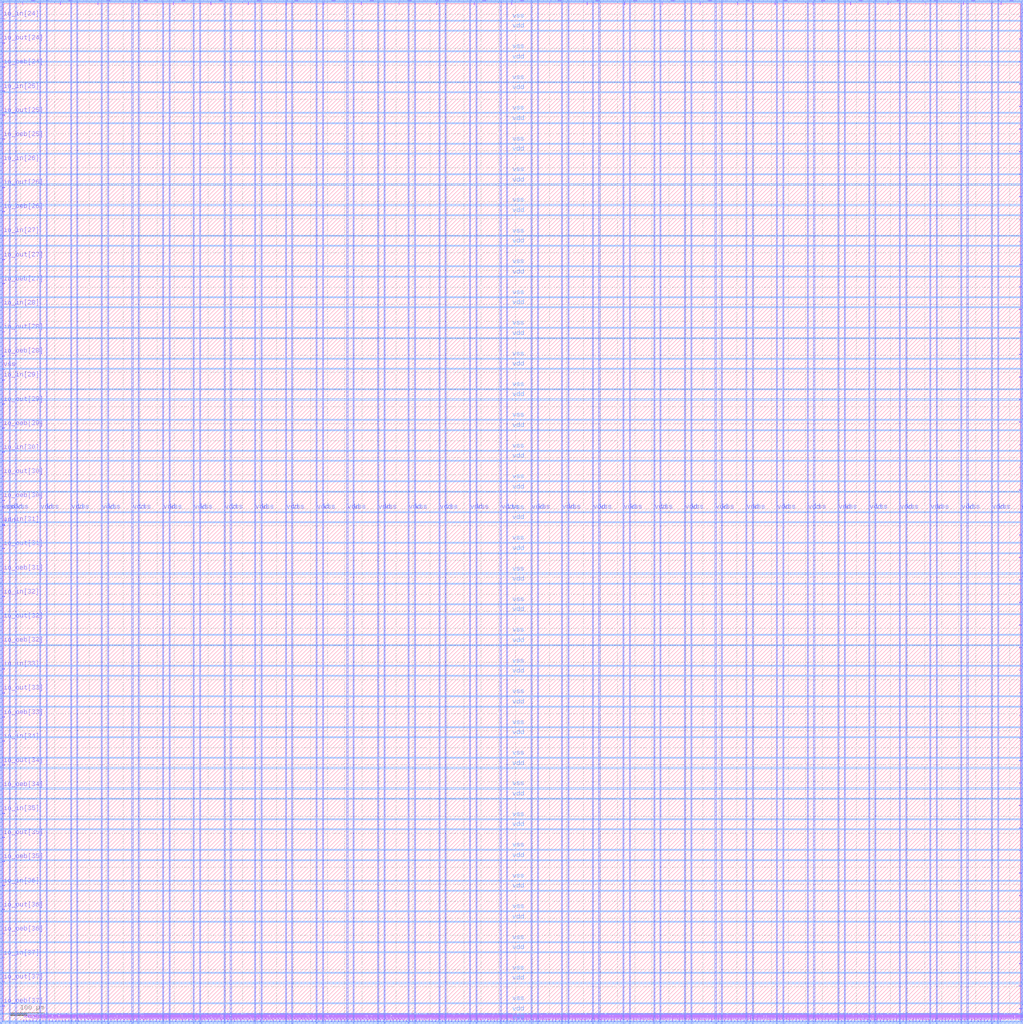
<source format=lef>
VERSION 5.7 ;
  NOWIREEXTENSIONATPIN ON ;
  DIVIDERCHAR "/" ;
  BUSBITCHARS "[]" ;
MACRO user_project_wrapper
  CLASS BLOCK ;
  FOREIGN user_project_wrapper ;
  ORIGIN 0.000 0.000 ;
  SIZE 2980.200 BY 2980.200 ;
  PIN io_in[0]
    DIRECTION INPUT ;
    USE SIGNAL ;
    PORT
      LAYER Metal3 ;
        RECT 2977.800 35.560 2985.000 36.680 ;
    END
  END io_in[0]
  PIN io_in[10]
    DIRECTION INPUT ;
    USE SIGNAL ;
    PORT
      LAYER Metal3 ;
        RECT 2977.800 2017.960 2985.000 2019.080 ;
    END
  END io_in[10]
  PIN io_in[11]
    DIRECTION INPUT ;
    USE SIGNAL ;
    PORT
      LAYER Metal3 ;
        RECT 2977.800 2216.200 2985.000 2217.320 ;
    END
  END io_in[11]
  PIN io_in[12]
    DIRECTION INPUT ;
    USE SIGNAL ;
    PORT
      LAYER Metal3 ;
        RECT 2977.800 2414.440 2985.000 2415.560 ;
    END
  END io_in[12]
  PIN io_in[13]
    DIRECTION INPUT ;
    USE SIGNAL ;
    PORT
      LAYER Metal3 ;
        RECT 2977.800 2612.680 2985.000 2613.800 ;
    END
  END io_in[13]
  PIN io_in[14]
    DIRECTION INPUT ;
    USE SIGNAL ;
    PORT
      LAYER Metal3 ;
        RECT 2977.800 2810.920 2985.000 2812.040 ;
    END
  END io_in[14]
  PIN io_in[15]
    DIRECTION INPUT ;
    USE SIGNAL ;
    PORT
      LAYER Metal2 ;
        RECT 2923.480 2977.800 2924.600 2985.000 ;
    END
  END io_in[15]
  PIN io_in[16]
    DIRECTION INPUT ;
    USE SIGNAL ;
    PORT
      LAYER Metal2 ;
        RECT 2592.520 2977.800 2593.640 2985.000 ;
    END
  END io_in[16]
  PIN io_in[17]
    DIRECTION INPUT ;
    USE SIGNAL ;
    PORT
      LAYER Metal2 ;
        RECT 2261.560 2977.800 2262.680 2985.000 ;
    END
  END io_in[17]
  PIN io_in[18]
    DIRECTION INPUT ;
    USE SIGNAL ;
    PORT
      LAYER Metal2 ;
        RECT 1930.600 2977.800 1931.720 2985.000 ;
    END
  END io_in[18]
  PIN io_in[19]
    DIRECTION INPUT ;
    USE SIGNAL ;
    PORT
      LAYER Metal2 ;
        RECT 1599.640 2977.800 1600.760 2985.000 ;
    END
  END io_in[19]
  PIN io_in[1]
    DIRECTION INPUT ;
    USE SIGNAL ;
    PORT
      LAYER Metal3 ;
        RECT 2977.800 233.800 2985.000 234.920 ;
    END
  END io_in[1]
  PIN io_in[20]
    DIRECTION INPUT ;
    USE SIGNAL ;
    PORT
      LAYER Metal2 ;
        RECT 1268.680 2977.800 1269.800 2985.000 ;
    END
  END io_in[20]
  PIN io_in[21]
    DIRECTION INPUT ;
    USE SIGNAL ;
    PORT
      LAYER Metal2 ;
        RECT 937.720 2977.800 938.840 2985.000 ;
    END
  END io_in[21]
  PIN io_in[22]
    DIRECTION INPUT ;
    USE SIGNAL ;
    PORT
      LAYER Metal2 ;
        RECT 606.760 2977.800 607.880 2985.000 ;
    END
  END io_in[22]
  PIN io_in[23]
    DIRECTION INPUT ;
    USE SIGNAL ;
    PORT
      LAYER Metal2 ;
        RECT 275.800 2977.800 276.920 2985.000 ;
    END
  END io_in[23]
  PIN io_in[24]
    DIRECTION INPUT ;
    USE SIGNAL ;
    PORT
      LAYER Metal3 ;
        RECT -4.800 2935.800 2.400 2936.920 ;
    END
  END io_in[24]
  PIN io_in[25]
    DIRECTION INPUT ;
    USE SIGNAL ;
    PORT
      LAYER Metal3 ;
        RECT -4.800 2724.120 2.400 2725.240 ;
    END
  END io_in[25]
  PIN io_in[26]
    DIRECTION INPUT ;
    USE SIGNAL ;
    PORT
      LAYER Metal3 ;
        RECT -4.800 2512.440 2.400 2513.560 ;
    END
  END io_in[26]
  PIN io_in[27]
    DIRECTION INPUT ;
    USE SIGNAL ;
    PORT
      LAYER Metal3 ;
        RECT -4.800 2300.760 2.400 2301.880 ;
    END
  END io_in[27]
  PIN io_in[28]
    DIRECTION INPUT ;
    USE SIGNAL ;
    PORT
      LAYER Metal3 ;
        RECT -4.800 2089.080 2.400 2090.200 ;
    END
  END io_in[28]
  PIN io_in[29]
    DIRECTION INPUT ;
    USE SIGNAL ;
    PORT
      LAYER Metal3 ;
        RECT -4.800 1877.400 2.400 1878.520 ;
    END
  END io_in[29]
  PIN io_in[2]
    DIRECTION INPUT ;
    USE SIGNAL ;
    PORT
      LAYER Metal3 ;
        RECT 2977.800 432.040 2985.000 433.160 ;
    END
  END io_in[2]
  PIN io_in[30]
    DIRECTION INPUT ;
    USE SIGNAL ;
    PORT
      LAYER Metal3 ;
        RECT -4.800 1665.720 2.400 1666.840 ;
    END
  END io_in[30]
  PIN io_in[31]
    DIRECTION INPUT ;
    USE SIGNAL ;
    PORT
      LAYER Metal3 ;
        RECT -4.800 1454.040 2.400 1455.160 ;
    END
  END io_in[31]
  PIN io_in[32]
    DIRECTION INPUT ;
    USE SIGNAL ;
    PORT
      LAYER Metal3 ;
        RECT -4.800 1242.360 2.400 1243.480 ;
    END
  END io_in[32]
  PIN io_in[33]
    DIRECTION INPUT ;
    USE SIGNAL ;
    PORT
      LAYER Metal3 ;
        RECT -4.800 1030.680 2.400 1031.800 ;
    END
  END io_in[33]
  PIN io_in[34]
    DIRECTION INPUT ;
    USE SIGNAL ;
    PORT
      LAYER Metal3 ;
        RECT -4.800 819.000 2.400 820.120 ;
    END
  END io_in[34]
  PIN io_in[35]
    DIRECTION INPUT ;
    USE SIGNAL ;
    PORT
      LAYER Metal3 ;
        RECT -4.800 607.320 2.400 608.440 ;
    END
  END io_in[35]
  PIN io_in[36]
    DIRECTION INPUT ;
    USE SIGNAL ;
    PORT
      LAYER Metal3 ;
        RECT -4.800 395.640 2.400 396.760 ;
    END
  END io_in[36]
  PIN io_in[37]
    DIRECTION INPUT ;
    USE SIGNAL ;
    PORT
      LAYER Metal3 ;
        RECT -4.800 183.960 2.400 185.080 ;
    END
  END io_in[37]
  PIN io_in[3]
    DIRECTION INPUT ;
    USE SIGNAL ;
    PORT
      LAYER Metal3 ;
        RECT 2977.800 630.280 2985.000 631.400 ;
    END
  END io_in[3]
  PIN io_in[4]
    DIRECTION INPUT ;
    USE SIGNAL ;
    PORT
      LAYER Metal3 ;
        RECT 2977.800 828.520 2985.000 829.640 ;
    END
  END io_in[4]
  PIN io_in[5]
    DIRECTION INPUT ;
    USE SIGNAL ;
    PORT
      LAYER Metal3 ;
        RECT 2977.800 1026.760 2985.000 1027.880 ;
    END
  END io_in[5]
  PIN io_in[6]
    DIRECTION INPUT ;
    USE SIGNAL ;
    PORT
      LAYER Metal3 ;
        RECT 2977.800 1225.000 2985.000 1226.120 ;
    END
  END io_in[6]
  PIN io_in[7]
    DIRECTION INPUT ;
    USE SIGNAL ;
    PORT
      LAYER Metal3 ;
        RECT 2977.800 1423.240 2985.000 1424.360 ;
    END
  END io_in[7]
  PIN io_in[8]
    DIRECTION INPUT ;
    USE SIGNAL ;
    PORT
      LAYER Metal3 ;
        RECT 2977.800 1621.480 2985.000 1622.600 ;
    END
  END io_in[8]
  PIN io_in[9]
    DIRECTION INPUT ;
    USE SIGNAL ;
    PORT
      LAYER Metal3 ;
        RECT 2977.800 1819.720 2985.000 1820.840 ;
    END
  END io_in[9]
  PIN io_oeb[0]
    DIRECTION OUTPUT TRISTATE ;
    USE SIGNAL ;
    PORT
      LAYER Metal3 ;
        RECT 2977.800 167.720 2985.000 168.840 ;
    END
  END io_oeb[0]
  PIN io_oeb[10]
    DIRECTION OUTPUT TRISTATE ;
    USE SIGNAL ;
    PORT
      LAYER Metal3 ;
        RECT 2977.800 2150.120 2985.000 2151.240 ;
    END
  END io_oeb[10]
  PIN io_oeb[11]
    DIRECTION OUTPUT TRISTATE ;
    USE SIGNAL ;
    PORT
      LAYER Metal3 ;
        RECT 2977.800 2348.360 2985.000 2349.480 ;
    END
  END io_oeb[11]
  PIN io_oeb[12]
    DIRECTION OUTPUT TRISTATE ;
    USE SIGNAL ;
    PORT
      LAYER Metal3 ;
        RECT 2977.800 2546.600 2985.000 2547.720 ;
    END
  END io_oeb[12]
  PIN io_oeb[13]
    DIRECTION OUTPUT TRISTATE ;
    USE SIGNAL ;
    PORT
      LAYER Metal3 ;
        RECT 2977.800 2744.840 2985.000 2745.960 ;
    END
  END io_oeb[13]
  PIN io_oeb[14]
    DIRECTION OUTPUT TRISTATE ;
    USE SIGNAL ;
    PORT
      LAYER Metal3 ;
        RECT 2977.800 2943.080 2985.000 2944.200 ;
    END
  END io_oeb[14]
  PIN io_oeb[15]
    DIRECTION OUTPUT TRISTATE ;
    USE SIGNAL ;
    PORT
      LAYER Metal2 ;
        RECT 2702.840 2977.800 2703.960 2985.000 ;
    END
  END io_oeb[15]
  PIN io_oeb[16]
    DIRECTION OUTPUT TRISTATE ;
    USE SIGNAL ;
    PORT
      LAYER Metal2 ;
        RECT 2371.880 2977.800 2373.000 2985.000 ;
    END
  END io_oeb[16]
  PIN io_oeb[17]
    DIRECTION OUTPUT TRISTATE ;
    USE SIGNAL ;
    PORT
      LAYER Metal2 ;
        RECT 2040.920 2977.800 2042.040 2985.000 ;
    END
  END io_oeb[17]
  PIN io_oeb[18]
    DIRECTION OUTPUT TRISTATE ;
    USE SIGNAL ;
    PORT
      LAYER Metal2 ;
        RECT 1709.960 2977.800 1711.080 2985.000 ;
    END
  END io_oeb[18]
  PIN io_oeb[19]
    DIRECTION OUTPUT TRISTATE ;
    USE SIGNAL ;
    PORT
      LAYER Metal2 ;
        RECT 1379.000 2977.800 1380.120 2985.000 ;
    END
  END io_oeb[19]
  PIN io_oeb[1]
    DIRECTION OUTPUT TRISTATE ;
    USE SIGNAL ;
    PORT
      LAYER Metal3 ;
        RECT 2977.800 365.960 2985.000 367.080 ;
    END
  END io_oeb[1]
  PIN io_oeb[20]
    DIRECTION OUTPUT TRISTATE ;
    USE SIGNAL ;
    PORT
      LAYER Metal2 ;
        RECT 1048.040 2977.800 1049.160 2985.000 ;
    END
  END io_oeb[20]
  PIN io_oeb[21]
    DIRECTION OUTPUT TRISTATE ;
    USE SIGNAL ;
    PORT
      LAYER Metal2 ;
        RECT 717.080 2977.800 718.200 2985.000 ;
    END
  END io_oeb[21]
  PIN io_oeb[22]
    DIRECTION OUTPUT TRISTATE ;
    USE SIGNAL ;
    PORT
      LAYER Metal2 ;
        RECT 386.120 2977.800 387.240 2985.000 ;
    END
  END io_oeb[22]
  PIN io_oeb[23]
    DIRECTION OUTPUT TRISTATE ;
    USE SIGNAL ;
    PORT
      LAYER Metal2 ;
        RECT 55.160 2977.800 56.280 2985.000 ;
    END
  END io_oeb[23]
  PIN io_oeb[24]
    DIRECTION OUTPUT TRISTATE ;
    USE SIGNAL ;
    PORT
      LAYER Metal3 ;
        RECT -4.800 2794.680 2.400 2795.800 ;
    END
  END io_oeb[24]
  PIN io_oeb[25]
    DIRECTION OUTPUT TRISTATE ;
    USE SIGNAL ;
    PORT
      LAYER Metal3 ;
        RECT -4.800 2583.000 2.400 2584.120 ;
    END
  END io_oeb[25]
  PIN io_oeb[26]
    DIRECTION OUTPUT TRISTATE ;
    USE SIGNAL ;
    PORT
      LAYER Metal3 ;
        RECT -4.800 2371.320 2.400 2372.440 ;
    END
  END io_oeb[26]
  PIN io_oeb[27]
    DIRECTION OUTPUT TRISTATE ;
    USE SIGNAL ;
    PORT
      LAYER Metal3 ;
        RECT -4.800 2159.640 2.400 2160.760 ;
    END
  END io_oeb[27]
  PIN io_oeb[28]
    DIRECTION OUTPUT TRISTATE ;
    USE SIGNAL ;
    PORT
      LAYER Metal3 ;
        RECT -4.800 1947.960 2.400 1949.080 ;
    END
  END io_oeb[28]
  PIN io_oeb[29]
    DIRECTION OUTPUT TRISTATE ;
    USE SIGNAL ;
    PORT
      LAYER Metal3 ;
        RECT -4.800 1736.280 2.400 1737.400 ;
    END
  END io_oeb[29]
  PIN io_oeb[2]
    DIRECTION OUTPUT TRISTATE ;
    USE SIGNAL ;
    PORT
      LAYER Metal3 ;
        RECT 2977.800 564.200 2985.000 565.320 ;
    END
  END io_oeb[2]
  PIN io_oeb[30]
    DIRECTION OUTPUT TRISTATE ;
    USE SIGNAL ;
    PORT
      LAYER Metal3 ;
        RECT -4.800 1524.600 2.400 1525.720 ;
    END
  END io_oeb[30]
  PIN io_oeb[31]
    DIRECTION OUTPUT TRISTATE ;
    USE SIGNAL ;
    PORT
      LAYER Metal3 ;
        RECT -4.800 1312.920 2.400 1314.040 ;
    END
  END io_oeb[31]
  PIN io_oeb[32]
    DIRECTION OUTPUT TRISTATE ;
    USE SIGNAL ;
    PORT
      LAYER Metal3 ;
        RECT -4.800 1101.240 2.400 1102.360 ;
    END
  END io_oeb[32]
  PIN io_oeb[33]
    DIRECTION OUTPUT TRISTATE ;
    USE SIGNAL ;
    PORT
      LAYER Metal3 ;
        RECT -4.800 889.560 2.400 890.680 ;
    END
  END io_oeb[33]
  PIN io_oeb[34]
    DIRECTION OUTPUT TRISTATE ;
    USE SIGNAL ;
    PORT
      LAYER Metal3 ;
        RECT -4.800 677.880 2.400 679.000 ;
    END
  END io_oeb[34]
  PIN io_oeb[35]
    DIRECTION OUTPUT TRISTATE ;
    USE SIGNAL ;
    PORT
      LAYER Metal3 ;
        RECT -4.800 466.200 2.400 467.320 ;
    END
  END io_oeb[35]
  PIN io_oeb[36]
    DIRECTION OUTPUT TRISTATE ;
    USE SIGNAL ;
    PORT
      LAYER Metal3 ;
        RECT -4.800 254.520 2.400 255.640 ;
    END
  END io_oeb[36]
  PIN io_oeb[37]
    DIRECTION OUTPUT TRISTATE ;
    USE SIGNAL ;
    PORT
      LAYER Metal3 ;
        RECT -4.800 42.840 2.400 43.960 ;
    END
  END io_oeb[37]
  PIN io_oeb[3]
    DIRECTION OUTPUT TRISTATE ;
    USE SIGNAL ;
    PORT
      LAYER Metal3 ;
        RECT 2977.800 762.440 2985.000 763.560 ;
    END
  END io_oeb[3]
  PIN io_oeb[4]
    DIRECTION OUTPUT TRISTATE ;
    USE SIGNAL ;
    PORT
      LAYER Metal3 ;
        RECT 2977.800 960.680 2985.000 961.800 ;
    END
  END io_oeb[4]
  PIN io_oeb[5]
    DIRECTION OUTPUT TRISTATE ;
    USE SIGNAL ;
    PORT
      LAYER Metal3 ;
        RECT 2977.800 1158.920 2985.000 1160.040 ;
    END
  END io_oeb[5]
  PIN io_oeb[6]
    DIRECTION OUTPUT TRISTATE ;
    USE SIGNAL ;
    PORT
      LAYER Metal3 ;
        RECT 2977.800 1357.160 2985.000 1358.280 ;
    END
  END io_oeb[6]
  PIN io_oeb[7]
    DIRECTION OUTPUT TRISTATE ;
    USE SIGNAL ;
    PORT
      LAYER Metal3 ;
        RECT 2977.800 1555.400 2985.000 1556.520 ;
    END
  END io_oeb[7]
  PIN io_oeb[8]
    DIRECTION OUTPUT TRISTATE ;
    USE SIGNAL ;
    PORT
      LAYER Metal3 ;
        RECT 2977.800 1753.640 2985.000 1754.760 ;
    END
  END io_oeb[8]
  PIN io_oeb[9]
    DIRECTION OUTPUT TRISTATE ;
    USE SIGNAL ;
    PORT
      LAYER Metal3 ;
        RECT 2977.800 1951.880 2985.000 1953.000 ;
    END
  END io_oeb[9]
  PIN io_out[0]
    DIRECTION OUTPUT TRISTATE ;
    USE SIGNAL ;
    PORT
      LAYER Metal3 ;
        RECT 2977.800 101.640 2985.000 102.760 ;
    END
  END io_out[0]
  PIN io_out[10]
    DIRECTION OUTPUT TRISTATE ;
    USE SIGNAL ;
    PORT
      LAYER Metal3 ;
        RECT 2977.800 2084.040 2985.000 2085.160 ;
    END
  END io_out[10]
  PIN io_out[11]
    DIRECTION OUTPUT TRISTATE ;
    USE SIGNAL ;
    PORT
      LAYER Metal3 ;
        RECT 2977.800 2282.280 2985.000 2283.400 ;
    END
  END io_out[11]
  PIN io_out[12]
    DIRECTION OUTPUT TRISTATE ;
    USE SIGNAL ;
    PORT
      LAYER Metal3 ;
        RECT 2977.800 2480.520 2985.000 2481.640 ;
    END
  END io_out[12]
  PIN io_out[13]
    DIRECTION OUTPUT TRISTATE ;
    USE SIGNAL ;
    PORT
      LAYER Metal3 ;
        RECT 2977.800 2678.760 2985.000 2679.880 ;
    END
  END io_out[13]
  PIN io_out[14]
    DIRECTION OUTPUT TRISTATE ;
    USE SIGNAL ;
    PORT
      LAYER Metal3 ;
        RECT 2977.800 2877.000 2985.000 2878.120 ;
    END
  END io_out[14]
  PIN io_out[15]
    DIRECTION OUTPUT TRISTATE ;
    USE SIGNAL ;
    PORT
      LAYER Metal2 ;
        RECT 2813.160 2977.800 2814.280 2985.000 ;
    END
  END io_out[15]
  PIN io_out[16]
    DIRECTION OUTPUT TRISTATE ;
    USE SIGNAL ;
    PORT
      LAYER Metal2 ;
        RECT 2482.200 2977.800 2483.320 2985.000 ;
    END
  END io_out[16]
  PIN io_out[17]
    DIRECTION OUTPUT TRISTATE ;
    USE SIGNAL ;
    PORT
      LAYER Metal2 ;
        RECT 2151.240 2977.800 2152.360 2985.000 ;
    END
  END io_out[17]
  PIN io_out[18]
    DIRECTION OUTPUT TRISTATE ;
    USE SIGNAL ;
    PORT
      LAYER Metal2 ;
        RECT 1820.280 2977.800 1821.400 2985.000 ;
    END
  END io_out[18]
  PIN io_out[19]
    DIRECTION OUTPUT TRISTATE ;
    USE SIGNAL ;
    PORT
      LAYER Metal2 ;
        RECT 1489.320 2977.800 1490.440 2985.000 ;
    END
  END io_out[19]
  PIN io_out[1]
    DIRECTION OUTPUT TRISTATE ;
    USE SIGNAL ;
    PORT
      LAYER Metal3 ;
        RECT 2977.800 299.880 2985.000 301.000 ;
    END
  END io_out[1]
  PIN io_out[20]
    DIRECTION OUTPUT TRISTATE ;
    USE SIGNAL ;
    PORT
      LAYER Metal2 ;
        RECT 1158.360 2977.800 1159.480 2985.000 ;
    END
  END io_out[20]
  PIN io_out[21]
    DIRECTION OUTPUT TRISTATE ;
    USE SIGNAL ;
    PORT
      LAYER Metal2 ;
        RECT 827.400 2977.800 828.520 2985.000 ;
    END
  END io_out[21]
  PIN io_out[22]
    DIRECTION OUTPUT TRISTATE ;
    USE SIGNAL ;
    PORT
      LAYER Metal2 ;
        RECT 496.440 2977.800 497.560 2985.000 ;
    END
  END io_out[22]
  PIN io_out[23]
    DIRECTION OUTPUT TRISTATE ;
    USE SIGNAL ;
    PORT
      LAYER Metal2 ;
        RECT 165.480 2977.800 166.600 2985.000 ;
    END
  END io_out[23]
  PIN io_out[24]
    DIRECTION OUTPUT TRISTATE ;
    USE SIGNAL ;
    PORT
      LAYER Metal3 ;
        RECT -4.800 2865.240 2.400 2866.360 ;
    END
  END io_out[24]
  PIN io_out[25]
    DIRECTION OUTPUT TRISTATE ;
    USE SIGNAL ;
    PORT
      LAYER Metal3 ;
        RECT -4.800 2653.560 2.400 2654.680 ;
    END
  END io_out[25]
  PIN io_out[26]
    DIRECTION OUTPUT TRISTATE ;
    USE SIGNAL ;
    PORT
      LAYER Metal3 ;
        RECT -4.800 2441.880 2.400 2443.000 ;
    END
  END io_out[26]
  PIN io_out[27]
    DIRECTION OUTPUT TRISTATE ;
    USE SIGNAL ;
    PORT
      LAYER Metal3 ;
        RECT -4.800 2230.200 2.400 2231.320 ;
    END
  END io_out[27]
  PIN io_out[28]
    DIRECTION OUTPUT TRISTATE ;
    USE SIGNAL ;
    PORT
      LAYER Metal3 ;
        RECT -4.800 2018.520 2.400 2019.640 ;
    END
  END io_out[28]
  PIN io_out[29]
    DIRECTION OUTPUT TRISTATE ;
    USE SIGNAL ;
    PORT
      LAYER Metal3 ;
        RECT -4.800 1806.840 2.400 1807.960 ;
    END
  END io_out[29]
  PIN io_out[2]
    DIRECTION OUTPUT TRISTATE ;
    USE SIGNAL ;
    PORT
      LAYER Metal3 ;
        RECT 2977.800 498.120 2985.000 499.240 ;
    END
  END io_out[2]
  PIN io_out[30]
    DIRECTION OUTPUT TRISTATE ;
    USE SIGNAL ;
    PORT
      LAYER Metal3 ;
        RECT -4.800 1595.160 2.400 1596.280 ;
    END
  END io_out[30]
  PIN io_out[31]
    DIRECTION OUTPUT TRISTATE ;
    USE SIGNAL ;
    PORT
      LAYER Metal3 ;
        RECT -4.800 1383.480 2.400 1384.600 ;
    END
  END io_out[31]
  PIN io_out[32]
    DIRECTION OUTPUT TRISTATE ;
    USE SIGNAL ;
    PORT
      LAYER Metal3 ;
        RECT -4.800 1171.800 2.400 1172.920 ;
    END
  END io_out[32]
  PIN io_out[33]
    DIRECTION OUTPUT TRISTATE ;
    USE SIGNAL ;
    PORT
      LAYER Metal3 ;
        RECT -4.800 960.120 2.400 961.240 ;
    END
  END io_out[33]
  PIN io_out[34]
    DIRECTION OUTPUT TRISTATE ;
    USE SIGNAL ;
    PORT
      LAYER Metal3 ;
        RECT -4.800 748.440 2.400 749.560 ;
    END
  END io_out[34]
  PIN io_out[35]
    DIRECTION OUTPUT TRISTATE ;
    USE SIGNAL ;
    PORT
      LAYER Metal3 ;
        RECT -4.800 536.760 2.400 537.880 ;
    END
  END io_out[35]
  PIN io_out[36]
    DIRECTION OUTPUT TRISTATE ;
    USE SIGNAL ;
    PORT
      LAYER Metal3 ;
        RECT -4.800 325.080 2.400 326.200 ;
    END
  END io_out[36]
  PIN io_out[37]
    DIRECTION OUTPUT TRISTATE ;
    USE SIGNAL ;
    PORT
      LAYER Metal3 ;
        RECT -4.800 113.400 2.400 114.520 ;
    END
  END io_out[37]
  PIN io_out[3]
    DIRECTION OUTPUT TRISTATE ;
    USE SIGNAL ;
    PORT
      LAYER Metal3 ;
        RECT 2977.800 696.360 2985.000 697.480 ;
    END
  END io_out[3]
  PIN io_out[4]
    DIRECTION OUTPUT TRISTATE ;
    USE SIGNAL ;
    PORT
      LAYER Metal3 ;
        RECT 2977.800 894.600 2985.000 895.720 ;
    END
  END io_out[4]
  PIN io_out[5]
    DIRECTION OUTPUT TRISTATE ;
    USE SIGNAL ;
    PORT
      LAYER Metal3 ;
        RECT 2977.800 1092.840 2985.000 1093.960 ;
    END
  END io_out[5]
  PIN io_out[6]
    DIRECTION OUTPUT TRISTATE ;
    USE SIGNAL ;
    PORT
      LAYER Metal3 ;
        RECT 2977.800 1291.080 2985.000 1292.200 ;
    END
  END io_out[6]
  PIN io_out[7]
    DIRECTION OUTPUT TRISTATE ;
    USE SIGNAL ;
    PORT
      LAYER Metal3 ;
        RECT 2977.800 1489.320 2985.000 1490.440 ;
    END
  END io_out[7]
  PIN io_out[8]
    DIRECTION OUTPUT TRISTATE ;
    USE SIGNAL ;
    PORT
      LAYER Metal3 ;
        RECT 2977.800 1687.560 2985.000 1688.680 ;
    END
  END io_out[8]
  PIN io_out[9]
    DIRECTION OUTPUT TRISTATE ;
    USE SIGNAL ;
    PORT
      LAYER Metal3 ;
        RECT 2977.800 1885.800 2985.000 1886.920 ;
    END
  END io_out[9]
  PIN la_data_in[0]
    DIRECTION INPUT ;
    USE SIGNAL ;
    PORT
      LAYER Metal2 ;
        RECT 1065.960 -4.800 1067.080 2.400 ;
    END
  END la_data_in[0]
  PIN la_data_in[10]
    DIRECTION INPUT ;
    USE SIGNAL ;
    PORT
      LAYER Metal2 ;
        RECT 1351.560 -4.800 1352.680 2.400 ;
    END
  END la_data_in[10]
  PIN la_data_in[11]
    DIRECTION INPUT ;
    USE SIGNAL ;
    PORT
      LAYER Metal2 ;
        RECT 1380.120 -4.800 1381.240 2.400 ;
    END
  END la_data_in[11]
  PIN la_data_in[12]
    DIRECTION INPUT ;
    USE SIGNAL ;
    PORT
      LAYER Metal2 ;
        RECT 1408.680 -4.800 1409.800 2.400 ;
    END
  END la_data_in[12]
  PIN la_data_in[13]
    DIRECTION INPUT ;
    USE SIGNAL ;
    PORT
      LAYER Metal2 ;
        RECT 1437.240 -4.800 1438.360 2.400 ;
    END
  END la_data_in[13]
  PIN la_data_in[14]
    DIRECTION INPUT ;
    USE SIGNAL ;
    PORT
      LAYER Metal2 ;
        RECT 1465.800 -4.800 1466.920 2.400 ;
    END
  END la_data_in[14]
  PIN la_data_in[15]
    DIRECTION INPUT ;
    USE SIGNAL ;
    PORT
      LAYER Metal2 ;
        RECT 1494.360 -4.800 1495.480 2.400 ;
    END
  END la_data_in[15]
  PIN la_data_in[16]
    DIRECTION INPUT ;
    USE SIGNAL ;
    PORT
      LAYER Metal2 ;
        RECT 1522.920 -4.800 1524.040 2.400 ;
    END
  END la_data_in[16]
  PIN la_data_in[17]
    DIRECTION INPUT ;
    USE SIGNAL ;
    PORT
      LAYER Metal2 ;
        RECT 1551.480 -4.800 1552.600 2.400 ;
    END
  END la_data_in[17]
  PIN la_data_in[18]
    DIRECTION INPUT ;
    USE SIGNAL ;
    PORT
      LAYER Metal2 ;
        RECT 1580.040 -4.800 1581.160 2.400 ;
    END
  END la_data_in[18]
  PIN la_data_in[19]
    DIRECTION INPUT ;
    USE SIGNAL ;
    PORT
      LAYER Metal2 ;
        RECT 1608.600 -4.800 1609.720 2.400 ;
    END
  END la_data_in[19]
  PIN la_data_in[1]
    DIRECTION INPUT ;
    USE SIGNAL ;
    PORT
      LAYER Metal2 ;
        RECT 1094.520 -4.800 1095.640 2.400 ;
    END
  END la_data_in[1]
  PIN la_data_in[20]
    DIRECTION INPUT ;
    USE SIGNAL ;
    PORT
      LAYER Metal2 ;
        RECT 1637.160 -4.800 1638.280 2.400 ;
    END
  END la_data_in[20]
  PIN la_data_in[21]
    DIRECTION INPUT ;
    USE SIGNAL ;
    PORT
      LAYER Metal2 ;
        RECT 1665.720 -4.800 1666.840 2.400 ;
    END
  END la_data_in[21]
  PIN la_data_in[22]
    DIRECTION INPUT ;
    USE SIGNAL ;
    PORT
      LAYER Metal2 ;
        RECT 1694.280 -4.800 1695.400 2.400 ;
    END
  END la_data_in[22]
  PIN la_data_in[23]
    DIRECTION INPUT ;
    USE SIGNAL ;
    PORT
      LAYER Metal2 ;
        RECT 1722.840 -4.800 1723.960 2.400 ;
    END
  END la_data_in[23]
  PIN la_data_in[24]
    DIRECTION INPUT ;
    USE SIGNAL ;
    PORT
      LAYER Metal2 ;
        RECT 1751.400 -4.800 1752.520 2.400 ;
    END
  END la_data_in[24]
  PIN la_data_in[25]
    DIRECTION INPUT ;
    USE SIGNAL ;
    PORT
      LAYER Metal2 ;
        RECT 1779.960 -4.800 1781.080 2.400 ;
    END
  END la_data_in[25]
  PIN la_data_in[26]
    DIRECTION INPUT ;
    USE SIGNAL ;
    PORT
      LAYER Metal2 ;
        RECT 1808.520 -4.800 1809.640 2.400 ;
    END
  END la_data_in[26]
  PIN la_data_in[27]
    DIRECTION INPUT ;
    USE SIGNAL ;
    PORT
      LAYER Metal2 ;
        RECT 1837.080 -4.800 1838.200 2.400 ;
    END
  END la_data_in[27]
  PIN la_data_in[28]
    DIRECTION INPUT ;
    USE SIGNAL ;
    PORT
      LAYER Metal2 ;
        RECT 1865.640 -4.800 1866.760 2.400 ;
    END
  END la_data_in[28]
  PIN la_data_in[29]
    DIRECTION INPUT ;
    USE SIGNAL ;
    PORT
      LAYER Metal2 ;
        RECT 1894.200 -4.800 1895.320 2.400 ;
    END
  END la_data_in[29]
  PIN la_data_in[2]
    DIRECTION INPUT ;
    USE SIGNAL ;
    PORT
      LAYER Metal2 ;
        RECT 1123.080 -4.800 1124.200 2.400 ;
    END
  END la_data_in[2]
  PIN la_data_in[30]
    DIRECTION INPUT ;
    USE SIGNAL ;
    PORT
      LAYER Metal2 ;
        RECT 1922.760 -4.800 1923.880 2.400 ;
    END
  END la_data_in[30]
  PIN la_data_in[31]
    DIRECTION INPUT ;
    USE SIGNAL ;
    PORT
      LAYER Metal2 ;
        RECT 1951.320 -4.800 1952.440 2.400 ;
    END
  END la_data_in[31]
  PIN la_data_in[32]
    DIRECTION INPUT ;
    USE SIGNAL ;
    PORT
      LAYER Metal2 ;
        RECT 1979.880 -4.800 1981.000 2.400 ;
    END
  END la_data_in[32]
  PIN la_data_in[33]
    DIRECTION INPUT ;
    USE SIGNAL ;
    PORT
      LAYER Metal2 ;
        RECT 2008.440 -4.800 2009.560 2.400 ;
    END
  END la_data_in[33]
  PIN la_data_in[34]
    DIRECTION INPUT ;
    USE SIGNAL ;
    PORT
      LAYER Metal2 ;
        RECT 2037.000 -4.800 2038.120 2.400 ;
    END
  END la_data_in[34]
  PIN la_data_in[35]
    DIRECTION INPUT ;
    USE SIGNAL ;
    PORT
      LAYER Metal2 ;
        RECT 2065.560 -4.800 2066.680 2.400 ;
    END
  END la_data_in[35]
  PIN la_data_in[36]
    DIRECTION INPUT ;
    USE SIGNAL ;
    PORT
      LAYER Metal2 ;
        RECT 2094.120 -4.800 2095.240 2.400 ;
    END
  END la_data_in[36]
  PIN la_data_in[37]
    DIRECTION INPUT ;
    USE SIGNAL ;
    PORT
      LAYER Metal2 ;
        RECT 2122.680 -4.800 2123.800 2.400 ;
    END
  END la_data_in[37]
  PIN la_data_in[38]
    DIRECTION INPUT ;
    USE SIGNAL ;
    PORT
      LAYER Metal2 ;
        RECT 2151.240 -4.800 2152.360 2.400 ;
    END
  END la_data_in[38]
  PIN la_data_in[39]
    DIRECTION INPUT ;
    USE SIGNAL ;
    PORT
      LAYER Metal2 ;
        RECT 2179.800 -4.800 2180.920 2.400 ;
    END
  END la_data_in[39]
  PIN la_data_in[3]
    DIRECTION INPUT ;
    USE SIGNAL ;
    PORT
      LAYER Metal2 ;
        RECT 1151.640 -4.800 1152.760 2.400 ;
    END
  END la_data_in[3]
  PIN la_data_in[40]
    DIRECTION INPUT ;
    USE SIGNAL ;
    PORT
      LAYER Metal2 ;
        RECT 2208.360 -4.800 2209.480 2.400 ;
    END
  END la_data_in[40]
  PIN la_data_in[41]
    DIRECTION INPUT ;
    USE SIGNAL ;
    PORT
      LAYER Metal2 ;
        RECT 2236.920 -4.800 2238.040 2.400 ;
    END
  END la_data_in[41]
  PIN la_data_in[42]
    DIRECTION INPUT ;
    USE SIGNAL ;
    PORT
      LAYER Metal2 ;
        RECT 2265.480 -4.800 2266.600 2.400 ;
    END
  END la_data_in[42]
  PIN la_data_in[43]
    DIRECTION INPUT ;
    USE SIGNAL ;
    PORT
      LAYER Metal2 ;
        RECT 2294.040 -4.800 2295.160 2.400 ;
    END
  END la_data_in[43]
  PIN la_data_in[44]
    DIRECTION INPUT ;
    USE SIGNAL ;
    PORT
      LAYER Metal2 ;
        RECT 2322.600 -4.800 2323.720 2.400 ;
    END
  END la_data_in[44]
  PIN la_data_in[45]
    DIRECTION INPUT ;
    USE SIGNAL ;
    PORT
      LAYER Metal2 ;
        RECT 2351.160 -4.800 2352.280 2.400 ;
    END
  END la_data_in[45]
  PIN la_data_in[46]
    DIRECTION INPUT ;
    USE SIGNAL ;
    PORT
      LAYER Metal2 ;
        RECT 2379.720 -4.800 2380.840 2.400 ;
    END
  END la_data_in[46]
  PIN la_data_in[47]
    DIRECTION INPUT ;
    USE SIGNAL ;
    PORT
      LAYER Metal2 ;
        RECT 2408.280 -4.800 2409.400 2.400 ;
    END
  END la_data_in[47]
  PIN la_data_in[48]
    DIRECTION INPUT ;
    USE SIGNAL ;
    PORT
      LAYER Metal2 ;
        RECT 2436.840 -4.800 2437.960 2.400 ;
    END
  END la_data_in[48]
  PIN la_data_in[49]
    DIRECTION INPUT ;
    USE SIGNAL ;
    PORT
      LAYER Metal2 ;
        RECT 2465.400 -4.800 2466.520 2.400 ;
    END
  END la_data_in[49]
  PIN la_data_in[4]
    DIRECTION INPUT ;
    USE SIGNAL ;
    PORT
      LAYER Metal2 ;
        RECT 1180.200 -4.800 1181.320 2.400 ;
    END
  END la_data_in[4]
  PIN la_data_in[50]
    DIRECTION INPUT ;
    USE SIGNAL ;
    PORT
      LAYER Metal2 ;
        RECT 2493.960 -4.800 2495.080 2.400 ;
    END
  END la_data_in[50]
  PIN la_data_in[51]
    DIRECTION INPUT ;
    USE SIGNAL ;
    PORT
      LAYER Metal2 ;
        RECT 2522.520 -4.800 2523.640 2.400 ;
    END
  END la_data_in[51]
  PIN la_data_in[52]
    DIRECTION INPUT ;
    USE SIGNAL ;
    PORT
      LAYER Metal2 ;
        RECT 2551.080 -4.800 2552.200 2.400 ;
    END
  END la_data_in[52]
  PIN la_data_in[53]
    DIRECTION INPUT ;
    USE SIGNAL ;
    PORT
      LAYER Metal2 ;
        RECT 2579.640 -4.800 2580.760 2.400 ;
    END
  END la_data_in[53]
  PIN la_data_in[54]
    DIRECTION INPUT ;
    USE SIGNAL ;
    PORT
      LAYER Metal2 ;
        RECT 2608.200 -4.800 2609.320 2.400 ;
    END
  END la_data_in[54]
  PIN la_data_in[55]
    DIRECTION INPUT ;
    USE SIGNAL ;
    PORT
      LAYER Metal2 ;
        RECT 2636.760 -4.800 2637.880 2.400 ;
    END
  END la_data_in[55]
  PIN la_data_in[56]
    DIRECTION INPUT ;
    USE SIGNAL ;
    PORT
      LAYER Metal2 ;
        RECT 2665.320 -4.800 2666.440 2.400 ;
    END
  END la_data_in[56]
  PIN la_data_in[57]
    DIRECTION INPUT ;
    USE SIGNAL ;
    PORT
      LAYER Metal2 ;
        RECT 2693.880 -4.800 2695.000 2.400 ;
    END
  END la_data_in[57]
  PIN la_data_in[58]
    DIRECTION INPUT ;
    USE SIGNAL ;
    PORT
      LAYER Metal2 ;
        RECT 2722.440 -4.800 2723.560 2.400 ;
    END
  END la_data_in[58]
  PIN la_data_in[59]
    DIRECTION INPUT ;
    USE SIGNAL ;
    PORT
      LAYER Metal2 ;
        RECT 2751.000 -4.800 2752.120 2.400 ;
    END
  END la_data_in[59]
  PIN la_data_in[5]
    DIRECTION INPUT ;
    USE SIGNAL ;
    PORT
      LAYER Metal2 ;
        RECT 1208.760 -4.800 1209.880 2.400 ;
    END
  END la_data_in[5]
  PIN la_data_in[60]
    DIRECTION INPUT ;
    USE SIGNAL ;
    PORT
      LAYER Metal2 ;
        RECT 2779.560 -4.800 2780.680 2.400 ;
    END
  END la_data_in[60]
  PIN la_data_in[61]
    DIRECTION INPUT ;
    USE SIGNAL ;
    PORT
      LAYER Metal2 ;
        RECT 2808.120 -4.800 2809.240 2.400 ;
    END
  END la_data_in[61]
  PIN la_data_in[62]
    DIRECTION INPUT ;
    USE SIGNAL ;
    PORT
      LAYER Metal2 ;
        RECT 2836.680 -4.800 2837.800 2.400 ;
    END
  END la_data_in[62]
  PIN la_data_in[63]
    DIRECTION INPUT ;
    USE SIGNAL ;
    PORT
      LAYER Metal2 ;
        RECT 2865.240 -4.800 2866.360 2.400 ;
    END
  END la_data_in[63]
  PIN la_data_in[6]
    DIRECTION INPUT ;
    USE SIGNAL ;
    PORT
      LAYER Metal2 ;
        RECT 1237.320 -4.800 1238.440 2.400 ;
    END
  END la_data_in[6]
  PIN la_data_in[7]
    DIRECTION INPUT ;
    USE SIGNAL ;
    PORT
      LAYER Metal2 ;
        RECT 1265.880 -4.800 1267.000 2.400 ;
    END
  END la_data_in[7]
  PIN la_data_in[8]
    DIRECTION INPUT ;
    USE SIGNAL ;
    PORT
      LAYER Metal2 ;
        RECT 1294.440 -4.800 1295.560 2.400 ;
    END
  END la_data_in[8]
  PIN la_data_in[9]
    DIRECTION INPUT ;
    USE SIGNAL ;
    PORT
      LAYER Metal2 ;
        RECT 1323.000 -4.800 1324.120 2.400 ;
    END
  END la_data_in[9]
  PIN la_data_out[0]
    DIRECTION OUTPUT TRISTATE ;
    USE SIGNAL ;
    PORT
      LAYER Metal2 ;
        RECT 1075.480 -4.800 1076.600 2.400 ;
    END
  END la_data_out[0]
  PIN la_data_out[10]
    DIRECTION OUTPUT TRISTATE ;
    USE SIGNAL ;
    PORT
      LAYER Metal2 ;
        RECT 1361.080 -4.800 1362.200 2.400 ;
    END
  END la_data_out[10]
  PIN la_data_out[11]
    DIRECTION OUTPUT TRISTATE ;
    USE SIGNAL ;
    PORT
      LAYER Metal2 ;
        RECT 1389.640 -4.800 1390.760 2.400 ;
    END
  END la_data_out[11]
  PIN la_data_out[12]
    DIRECTION OUTPUT TRISTATE ;
    USE SIGNAL ;
    PORT
      LAYER Metal2 ;
        RECT 1418.200 -4.800 1419.320 2.400 ;
    END
  END la_data_out[12]
  PIN la_data_out[13]
    DIRECTION OUTPUT TRISTATE ;
    USE SIGNAL ;
    PORT
      LAYER Metal2 ;
        RECT 1446.760 -4.800 1447.880 2.400 ;
    END
  END la_data_out[13]
  PIN la_data_out[14]
    DIRECTION OUTPUT TRISTATE ;
    USE SIGNAL ;
    PORT
      LAYER Metal2 ;
        RECT 1475.320 -4.800 1476.440 2.400 ;
    END
  END la_data_out[14]
  PIN la_data_out[15]
    DIRECTION OUTPUT TRISTATE ;
    USE SIGNAL ;
    PORT
      LAYER Metal2 ;
        RECT 1503.880 -4.800 1505.000 2.400 ;
    END
  END la_data_out[15]
  PIN la_data_out[16]
    DIRECTION OUTPUT TRISTATE ;
    USE SIGNAL ;
    PORT
      LAYER Metal2 ;
        RECT 1532.440 -4.800 1533.560 2.400 ;
    END
  END la_data_out[16]
  PIN la_data_out[17]
    DIRECTION OUTPUT TRISTATE ;
    USE SIGNAL ;
    PORT
      LAYER Metal2 ;
        RECT 1561.000 -4.800 1562.120 2.400 ;
    END
  END la_data_out[17]
  PIN la_data_out[18]
    DIRECTION OUTPUT TRISTATE ;
    USE SIGNAL ;
    PORT
      LAYER Metal2 ;
        RECT 1589.560 -4.800 1590.680 2.400 ;
    END
  END la_data_out[18]
  PIN la_data_out[19]
    DIRECTION OUTPUT TRISTATE ;
    USE SIGNAL ;
    PORT
      LAYER Metal2 ;
        RECT 1618.120 -4.800 1619.240 2.400 ;
    END
  END la_data_out[19]
  PIN la_data_out[1]
    DIRECTION OUTPUT TRISTATE ;
    USE SIGNAL ;
    PORT
      LAYER Metal2 ;
        RECT 1104.040 -4.800 1105.160 2.400 ;
    END
  END la_data_out[1]
  PIN la_data_out[20]
    DIRECTION OUTPUT TRISTATE ;
    USE SIGNAL ;
    PORT
      LAYER Metal2 ;
        RECT 1646.680 -4.800 1647.800 2.400 ;
    END
  END la_data_out[20]
  PIN la_data_out[21]
    DIRECTION OUTPUT TRISTATE ;
    USE SIGNAL ;
    PORT
      LAYER Metal2 ;
        RECT 1675.240 -4.800 1676.360 2.400 ;
    END
  END la_data_out[21]
  PIN la_data_out[22]
    DIRECTION OUTPUT TRISTATE ;
    USE SIGNAL ;
    PORT
      LAYER Metal2 ;
        RECT 1703.800 -4.800 1704.920 2.400 ;
    END
  END la_data_out[22]
  PIN la_data_out[23]
    DIRECTION OUTPUT TRISTATE ;
    USE SIGNAL ;
    PORT
      LAYER Metal2 ;
        RECT 1732.360 -4.800 1733.480 2.400 ;
    END
  END la_data_out[23]
  PIN la_data_out[24]
    DIRECTION OUTPUT TRISTATE ;
    USE SIGNAL ;
    PORT
      LAYER Metal2 ;
        RECT 1760.920 -4.800 1762.040 2.400 ;
    END
  END la_data_out[24]
  PIN la_data_out[25]
    DIRECTION OUTPUT TRISTATE ;
    USE SIGNAL ;
    PORT
      LAYER Metal2 ;
        RECT 1789.480 -4.800 1790.600 2.400 ;
    END
  END la_data_out[25]
  PIN la_data_out[26]
    DIRECTION OUTPUT TRISTATE ;
    USE SIGNAL ;
    PORT
      LAYER Metal2 ;
        RECT 1818.040 -4.800 1819.160 2.400 ;
    END
  END la_data_out[26]
  PIN la_data_out[27]
    DIRECTION OUTPUT TRISTATE ;
    USE SIGNAL ;
    PORT
      LAYER Metal2 ;
        RECT 1846.600 -4.800 1847.720 2.400 ;
    END
  END la_data_out[27]
  PIN la_data_out[28]
    DIRECTION OUTPUT TRISTATE ;
    USE SIGNAL ;
    PORT
      LAYER Metal2 ;
        RECT 1875.160 -4.800 1876.280 2.400 ;
    END
  END la_data_out[28]
  PIN la_data_out[29]
    DIRECTION OUTPUT TRISTATE ;
    USE SIGNAL ;
    PORT
      LAYER Metal2 ;
        RECT 1903.720 -4.800 1904.840 2.400 ;
    END
  END la_data_out[29]
  PIN la_data_out[2]
    DIRECTION OUTPUT TRISTATE ;
    USE SIGNAL ;
    PORT
      LAYER Metal2 ;
        RECT 1132.600 -4.800 1133.720 2.400 ;
    END
  END la_data_out[2]
  PIN la_data_out[30]
    DIRECTION OUTPUT TRISTATE ;
    USE SIGNAL ;
    PORT
      LAYER Metal2 ;
        RECT 1932.280 -4.800 1933.400 2.400 ;
    END
  END la_data_out[30]
  PIN la_data_out[31]
    DIRECTION OUTPUT TRISTATE ;
    USE SIGNAL ;
    PORT
      LAYER Metal2 ;
        RECT 1960.840 -4.800 1961.960 2.400 ;
    END
  END la_data_out[31]
  PIN la_data_out[32]
    DIRECTION OUTPUT TRISTATE ;
    USE SIGNAL ;
    PORT
      LAYER Metal2 ;
        RECT 1989.400 -4.800 1990.520 2.400 ;
    END
  END la_data_out[32]
  PIN la_data_out[33]
    DIRECTION OUTPUT TRISTATE ;
    USE SIGNAL ;
    PORT
      LAYER Metal2 ;
        RECT 2017.960 -4.800 2019.080 2.400 ;
    END
  END la_data_out[33]
  PIN la_data_out[34]
    DIRECTION OUTPUT TRISTATE ;
    USE SIGNAL ;
    PORT
      LAYER Metal2 ;
        RECT 2046.520 -4.800 2047.640 2.400 ;
    END
  END la_data_out[34]
  PIN la_data_out[35]
    DIRECTION OUTPUT TRISTATE ;
    USE SIGNAL ;
    PORT
      LAYER Metal2 ;
        RECT 2075.080 -4.800 2076.200 2.400 ;
    END
  END la_data_out[35]
  PIN la_data_out[36]
    DIRECTION OUTPUT TRISTATE ;
    USE SIGNAL ;
    PORT
      LAYER Metal2 ;
        RECT 2103.640 -4.800 2104.760 2.400 ;
    END
  END la_data_out[36]
  PIN la_data_out[37]
    DIRECTION OUTPUT TRISTATE ;
    USE SIGNAL ;
    PORT
      LAYER Metal2 ;
        RECT 2132.200 -4.800 2133.320 2.400 ;
    END
  END la_data_out[37]
  PIN la_data_out[38]
    DIRECTION OUTPUT TRISTATE ;
    USE SIGNAL ;
    PORT
      LAYER Metal2 ;
        RECT 2160.760 -4.800 2161.880 2.400 ;
    END
  END la_data_out[38]
  PIN la_data_out[39]
    DIRECTION OUTPUT TRISTATE ;
    USE SIGNAL ;
    PORT
      LAYER Metal2 ;
        RECT 2189.320 -4.800 2190.440 2.400 ;
    END
  END la_data_out[39]
  PIN la_data_out[3]
    DIRECTION OUTPUT TRISTATE ;
    USE SIGNAL ;
    PORT
      LAYER Metal2 ;
        RECT 1161.160 -4.800 1162.280 2.400 ;
    END
  END la_data_out[3]
  PIN la_data_out[40]
    DIRECTION OUTPUT TRISTATE ;
    USE SIGNAL ;
    PORT
      LAYER Metal2 ;
        RECT 2217.880 -4.800 2219.000 2.400 ;
    END
  END la_data_out[40]
  PIN la_data_out[41]
    DIRECTION OUTPUT TRISTATE ;
    USE SIGNAL ;
    PORT
      LAYER Metal2 ;
        RECT 2246.440 -4.800 2247.560 2.400 ;
    END
  END la_data_out[41]
  PIN la_data_out[42]
    DIRECTION OUTPUT TRISTATE ;
    USE SIGNAL ;
    PORT
      LAYER Metal2 ;
        RECT 2275.000 -4.800 2276.120 2.400 ;
    END
  END la_data_out[42]
  PIN la_data_out[43]
    DIRECTION OUTPUT TRISTATE ;
    USE SIGNAL ;
    PORT
      LAYER Metal2 ;
        RECT 2303.560 -4.800 2304.680 2.400 ;
    END
  END la_data_out[43]
  PIN la_data_out[44]
    DIRECTION OUTPUT TRISTATE ;
    USE SIGNAL ;
    PORT
      LAYER Metal2 ;
        RECT 2332.120 -4.800 2333.240 2.400 ;
    END
  END la_data_out[44]
  PIN la_data_out[45]
    DIRECTION OUTPUT TRISTATE ;
    USE SIGNAL ;
    PORT
      LAYER Metal2 ;
        RECT 2360.680 -4.800 2361.800 2.400 ;
    END
  END la_data_out[45]
  PIN la_data_out[46]
    DIRECTION OUTPUT TRISTATE ;
    USE SIGNAL ;
    PORT
      LAYER Metal2 ;
        RECT 2389.240 -4.800 2390.360 2.400 ;
    END
  END la_data_out[46]
  PIN la_data_out[47]
    DIRECTION OUTPUT TRISTATE ;
    USE SIGNAL ;
    PORT
      LAYER Metal2 ;
        RECT 2417.800 -4.800 2418.920 2.400 ;
    END
  END la_data_out[47]
  PIN la_data_out[48]
    DIRECTION OUTPUT TRISTATE ;
    USE SIGNAL ;
    PORT
      LAYER Metal2 ;
        RECT 2446.360 -4.800 2447.480 2.400 ;
    END
  END la_data_out[48]
  PIN la_data_out[49]
    DIRECTION OUTPUT TRISTATE ;
    USE SIGNAL ;
    PORT
      LAYER Metal2 ;
        RECT 2474.920 -4.800 2476.040 2.400 ;
    END
  END la_data_out[49]
  PIN la_data_out[4]
    DIRECTION OUTPUT TRISTATE ;
    USE SIGNAL ;
    PORT
      LAYER Metal2 ;
        RECT 1189.720 -4.800 1190.840 2.400 ;
    END
  END la_data_out[4]
  PIN la_data_out[50]
    DIRECTION OUTPUT TRISTATE ;
    USE SIGNAL ;
    PORT
      LAYER Metal2 ;
        RECT 2503.480 -4.800 2504.600 2.400 ;
    END
  END la_data_out[50]
  PIN la_data_out[51]
    DIRECTION OUTPUT TRISTATE ;
    USE SIGNAL ;
    PORT
      LAYER Metal2 ;
        RECT 2532.040 -4.800 2533.160 2.400 ;
    END
  END la_data_out[51]
  PIN la_data_out[52]
    DIRECTION OUTPUT TRISTATE ;
    USE SIGNAL ;
    PORT
      LAYER Metal2 ;
        RECT 2560.600 -4.800 2561.720 2.400 ;
    END
  END la_data_out[52]
  PIN la_data_out[53]
    DIRECTION OUTPUT TRISTATE ;
    USE SIGNAL ;
    PORT
      LAYER Metal2 ;
        RECT 2589.160 -4.800 2590.280 2.400 ;
    END
  END la_data_out[53]
  PIN la_data_out[54]
    DIRECTION OUTPUT TRISTATE ;
    USE SIGNAL ;
    PORT
      LAYER Metal2 ;
        RECT 2617.720 -4.800 2618.840 2.400 ;
    END
  END la_data_out[54]
  PIN la_data_out[55]
    DIRECTION OUTPUT TRISTATE ;
    USE SIGNAL ;
    PORT
      LAYER Metal2 ;
        RECT 2646.280 -4.800 2647.400 2.400 ;
    END
  END la_data_out[55]
  PIN la_data_out[56]
    DIRECTION OUTPUT TRISTATE ;
    USE SIGNAL ;
    PORT
      LAYER Metal2 ;
        RECT 2674.840 -4.800 2675.960 2.400 ;
    END
  END la_data_out[56]
  PIN la_data_out[57]
    DIRECTION OUTPUT TRISTATE ;
    USE SIGNAL ;
    PORT
      LAYER Metal2 ;
        RECT 2703.400 -4.800 2704.520 2.400 ;
    END
  END la_data_out[57]
  PIN la_data_out[58]
    DIRECTION OUTPUT TRISTATE ;
    USE SIGNAL ;
    PORT
      LAYER Metal2 ;
        RECT 2731.960 -4.800 2733.080 2.400 ;
    END
  END la_data_out[58]
  PIN la_data_out[59]
    DIRECTION OUTPUT TRISTATE ;
    USE SIGNAL ;
    PORT
      LAYER Metal2 ;
        RECT 2760.520 -4.800 2761.640 2.400 ;
    END
  END la_data_out[59]
  PIN la_data_out[5]
    DIRECTION OUTPUT TRISTATE ;
    USE SIGNAL ;
    PORT
      LAYER Metal2 ;
        RECT 1218.280 -4.800 1219.400 2.400 ;
    END
  END la_data_out[5]
  PIN la_data_out[60]
    DIRECTION OUTPUT TRISTATE ;
    USE SIGNAL ;
    PORT
      LAYER Metal2 ;
        RECT 2789.080 -4.800 2790.200 2.400 ;
    END
  END la_data_out[60]
  PIN la_data_out[61]
    DIRECTION OUTPUT TRISTATE ;
    USE SIGNAL ;
    PORT
      LAYER Metal2 ;
        RECT 2817.640 -4.800 2818.760 2.400 ;
    END
  END la_data_out[61]
  PIN la_data_out[62]
    DIRECTION OUTPUT TRISTATE ;
    USE SIGNAL ;
    PORT
      LAYER Metal2 ;
        RECT 2846.200 -4.800 2847.320 2.400 ;
    END
  END la_data_out[62]
  PIN la_data_out[63]
    DIRECTION OUTPUT TRISTATE ;
    USE SIGNAL ;
    PORT
      LAYER Metal2 ;
        RECT 2874.760 -4.800 2875.880 2.400 ;
    END
  END la_data_out[63]
  PIN la_data_out[6]
    DIRECTION OUTPUT TRISTATE ;
    USE SIGNAL ;
    PORT
      LAYER Metal2 ;
        RECT 1246.840 -4.800 1247.960 2.400 ;
    END
  END la_data_out[6]
  PIN la_data_out[7]
    DIRECTION OUTPUT TRISTATE ;
    USE SIGNAL ;
    PORT
      LAYER Metal2 ;
        RECT 1275.400 -4.800 1276.520 2.400 ;
    END
  END la_data_out[7]
  PIN la_data_out[8]
    DIRECTION OUTPUT TRISTATE ;
    USE SIGNAL ;
    PORT
      LAYER Metal2 ;
        RECT 1303.960 -4.800 1305.080 2.400 ;
    END
  END la_data_out[8]
  PIN la_data_out[9]
    DIRECTION OUTPUT TRISTATE ;
    USE SIGNAL ;
    PORT
      LAYER Metal2 ;
        RECT 1332.520 -4.800 1333.640 2.400 ;
    END
  END la_data_out[9]
  PIN la_oenb[0]
    DIRECTION INPUT ;
    USE SIGNAL ;
    PORT
      LAYER Metal2 ;
        RECT 1085.000 -4.800 1086.120 2.400 ;
    END
  END la_oenb[0]
  PIN la_oenb[10]
    DIRECTION INPUT ;
    USE SIGNAL ;
    PORT
      LAYER Metal2 ;
        RECT 1370.600 -4.800 1371.720 2.400 ;
    END
  END la_oenb[10]
  PIN la_oenb[11]
    DIRECTION INPUT ;
    USE SIGNAL ;
    PORT
      LAYER Metal2 ;
        RECT 1399.160 -4.800 1400.280 2.400 ;
    END
  END la_oenb[11]
  PIN la_oenb[12]
    DIRECTION INPUT ;
    USE SIGNAL ;
    PORT
      LAYER Metal2 ;
        RECT 1427.720 -4.800 1428.840 2.400 ;
    END
  END la_oenb[12]
  PIN la_oenb[13]
    DIRECTION INPUT ;
    USE SIGNAL ;
    PORT
      LAYER Metal2 ;
        RECT 1456.280 -4.800 1457.400 2.400 ;
    END
  END la_oenb[13]
  PIN la_oenb[14]
    DIRECTION INPUT ;
    USE SIGNAL ;
    PORT
      LAYER Metal2 ;
        RECT 1484.840 -4.800 1485.960 2.400 ;
    END
  END la_oenb[14]
  PIN la_oenb[15]
    DIRECTION INPUT ;
    USE SIGNAL ;
    PORT
      LAYER Metal2 ;
        RECT 1513.400 -4.800 1514.520 2.400 ;
    END
  END la_oenb[15]
  PIN la_oenb[16]
    DIRECTION INPUT ;
    USE SIGNAL ;
    PORT
      LAYER Metal2 ;
        RECT 1541.960 -4.800 1543.080 2.400 ;
    END
  END la_oenb[16]
  PIN la_oenb[17]
    DIRECTION INPUT ;
    USE SIGNAL ;
    PORT
      LAYER Metal2 ;
        RECT 1570.520 -4.800 1571.640 2.400 ;
    END
  END la_oenb[17]
  PIN la_oenb[18]
    DIRECTION INPUT ;
    USE SIGNAL ;
    PORT
      LAYER Metal2 ;
        RECT 1599.080 -4.800 1600.200 2.400 ;
    END
  END la_oenb[18]
  PIN la_oenb[19]
    DIRECTION INPUT ;
    USE SIGNAL ;
    PORT
      LAYER Metal2 ;
        RECT 1627.640 -4.800 1628.760 2.400 ;
    END
  END la_oenb[19]
  PIN la_oenb[1]
    DIRECTION INPUT ;
    USE SIGNAL ;
    PORT
      LAYER Metal2 ;
        RECT 1113.560 -4.800 1114.680 2.400 ;
    END
  END la_oenb[1]
  PIN la_oenb[20]
    DIRECTION INPUT ;
    USE SIGNAL ;
    PORT
      LAYER Metal2 ;
        RECT 1656.200 -4.800 1657.320 2.400 ;
    END
  END la_oenb[20]
  PIN la_oenb[21]
    DIRECTION INPUT ;
    USE SIGNAL ;
    PORT
      LAYER Metal2 ;
        RECT 1684.760 -4.800 1685.880 2.400 ;
    END
  END la_oenb[21]
  PIN la_oenb[22]
    DIRECTION INPUT ;
    USE SIGNAL ;
    PORT
      LAYER Metal2 ;
        RECT 1713.320 -4.800 1714.440 2.400 ;
    END
  END la_oenb[22]
  PIN la_oenb[23]
    DIRECTION INPUT ;
    USE SIGNAL ;
    PORT
      LAYER Metal2 ;
        RECT 1741.880 -4.800 1743.000 2.400 ;
    END
  END la_oenb[23]
  PIN la_oenb[24]
    DIRECTION INPUT ;
    USE SIGNAL ;
    PORT
      LAYER Metal2 ;
        RECT 1770.440 -4.800 1771.560 2.400 ;
    END
  END la_oenb[24]
  PIN la_oenb[25]
    DIRECTION INPUT ;
    USE SIGNAL ;
    PORT
      LAYER Metal2 ;
        RECT 1799.000 -4.800 1800.120 2.400 ;
    END
  END la_oenb[25]
  PIN la_oenb[26]
    DIRECTION INPUT ;
    USE SIGNAL ;
    PORT
      LAYER Metal2 ;
        RECT 1827.560 -4.800 1828.680 2.400 ;
    END
  END la_oenb[26]
  PIN la_oenb[27]
    DIRECTION INPUT ;
    USE SIGNAL ;
    PORT
      LAYER Metal2 ;
        RECT 1856.120 -4.800 1857.240 2.400 ;
    END
  END la_oenb[27]
  PIN la_oenb[28]
    DIRECTION INPUT ;
    USE SIGNAL ;
    PORT
      LAYER Metal2 ;
        RECT 1884.680 -4.800 1885.800 2.400 ;
    END
  END la_oenb[28]
  PIN la_oenb[29]
    DIRECTION INPUT ;
    USE SIGNAL ;
    PORT
      LAYER Metal2 ;
        RECT 1913.240 -4.800 1914.360 2.400 ;
    END
  END la_oenb[29]
  PIN la_oenb[2]
    DIRECTION INPUT ;
    USE SIGNAL ;
    PORT
      LAYER Metal2 ;
        RECT 1142.120 -4.800 1143.240 2.400 ;
    END
  END la_oenb[2]
  PIN la_oenb[30]
    DIRECTION INPUT ;
    USE SIGNAL ;
    PORT
      LAYER Metal2 ;
        RECT 1941.800 -4.800 1942.920 2.400 ;
    END
  END la_oenb[30]
  PIN la_oenb[31]
    DIRECTION INPUT ;
    USE SIGNAL ;
    PORT
      LAYER Metal2 ;
        RECT 1970.360 -4.800 1971.480 2.400 ;
    END
  END la_oenb[31]
  PIN la_oenb[32]
    DIRECTION INPUT ;
    USE SIGNAL ;
    PORT
      LAYER Metal2 ;
        RECT 1998.920 -4.800 2000.040 2.400 ;
    END
  END la_oenb[32]
  PIN la_oenb[33]
    DIRECTION INPUT ;
    USE SIGNAL ;
    PORT
      LAYER Metal2 ;
        RECT 2027.480 -4.800 2028.600 2.400 ;
    END
  END la_oenb[33]
  PIN la_oenb[34]
    DIRECTION INPUT ;
    USE SIGNAL ;
    PORT
      LAYER Metal2 ;
        RECT 2056.040 -4.800 2057.160 2.400 ;
    END
  END la_oenb[34]
  PIN la_oenb[35]
    DIRECTION INPUT ;
    USE SIGNAL ;
    PORT
      LAYER Metal2 ;
        RECT 2084.600 -4.800 2085.720 2.400 ;
    END
  END la_oenb[35]
  PIN la_oenb[36]
    DIRECTION INPUT ;
    USE SIGNAL ;
    PORT
      LAYER Metal2 ;
        RECT 2113.160 -4.800 2114.280 2.400 ;
    END
  END la_oenb[36]
  PIN la_oenb[37]
    DIRECTION INPUT ;
    USE SIGNAL ;
    PORT
      LAYER Metal2 ;
        RECT 2141.720 -4.800 2142.840 2.400 ;
    END
  END la_oenb[37]
  PIN la_oenb[38]
    DIRECTION INPUT ;
    USE SIGNAL ;
    PORT
      LAYER Metal2 ;
        RECT 2170.280 -4.800 2171.400 2.400 ;
    END
  END la_oenb[38]
  PIN la_oenb[39]
    DIRECTION INPUT ;
    USE SIGNAL ;
    PORT
      LAYER Metal2 ;
        RECT 2198.840 -4.800 2199.960 2.400 ;
    END
  END la_oenb[39]
  PIN la_oenb[3]
    DIRECTION INPUT ;
    USE SIGNAL ;
    PORT
      LAYER Metal2 ;
        RECT 1170.680 -4.800 1171.800 2.400 ;
    END
  END la_oenb[3]
  PIN la_oenb[40]
    DIRECTION INPUT ;
    USE SIGNAL ;
    PORT
      LAYER Metal2 ;
        RECT 2227.400 -4.800 2228.520 2.400 ;
    END
  END la_oenb[40]
  PIN la_oenb[41]
    DIRECTION INPUT ;
    USE SIGNAL ;
    PORT
      LAYER Metal2 ;
        RECT 2255.960 -4.800 2257.080 2.400 ;
    END
  END la_oenb[41]
  PIN la_oenb[42]
    DIRECTION INPUT ;
    USE SIGNAL ;
    PORT
      LAYER Metal2 ;
        RECT 2284.520 -4.800 2285.640 2.400 ;
    END
  END la_oenb[42]
  PIN la_oenb[43]
    DIRECTION INPUT ;
    USE SIGNAL ;
    PORT
      LAYER Metal2 ;
        RECT 2313.080 -4.800 2314.200 2.400 ;
    END
  END la_oenb[43]
  PIN la_oenb[44]
    DIRECTION INPUT ;
    USE SIGNAL ;
    PORT
      LAYER Metal2 ;
        RECT 2341.640 -4.800 2342.760 2.400 ;
    END
  END la_oenb[44]
  PIN la_oenb[45]
    DIRECTION INPUT ;
    USE SIGNAL ;
    PORT
      LAYER Metal2 ;
        RECT 2370.200 -4.800 2371.320 2.400 ;
    END
  END la_oenb[45]
  PIN la_oenb[46]
    DIRECTION INPUT ;
    USE SIGNAL ;
    PORT
      LAYER Metal2 ;
        RECT 2398.760 -4.800 2399.880 2.400 ;
    END
  END la_oenb[46]
  PIN la_oenb[47]
    DIRECTION INPUT ;
    USE SIGNAL ;
    PORT
      LAYER Metal2 ;
        RECT 2427.320 -4.800 2428.440 2.400 ;
    END
  END la_oenb[47]
  PIN la_oenb[48]
    DIRECTION INPUT ;
    USE SIGNAL ;
    PORT
      LAYER Metal2 ;
        RECT 2455.880 -4.800 2457.000 2.400 ;
    END
  END la_oenb[48]
  PIN la_oenb[49]
    DIRECTION INPUT ;
    USE SIGNAL ;
    PORT
      LAYER Metal2 ;
        RECT 2484.440 -4.800 2485.560 2.400 ;
    END
  END la_oenb[49]
  PIN la_oenb[4]
    DIRECTION INPUT ;
    USE SIGNAL ;
    PORT
      LAYER Metal2 ;
        RECT 1199.240 -4.800 1200.360 2.400 ;
    END
  END la_oenb[4]
  PIN la_oenb[50]
    DIRECTION INPUT ;
    USE SIGNAL ;
    PORT
      LAYER Metal2 ;
        RECT 2513.000 -4.800 2514.120 2.400 ;
    END
  END la_oenb[50]
  PIN la_oenb[51]
    DIRECTION INPUT ;
    USE SIGNAL ;
    PORT
      LAYER Metal2 ;
        RECT 2541.560 -4.800 2542.680 2.400 ;
    END
  END la_oenb[51]
  PIN la_oenb[52]
    DIRECTION INPUT ;
    USE SIGNAL ;
    PORT
      LAYER Metal2 ;
        RECT 2570.120 -4.800 2571.240 2.400 ;
    END
  END la_oenb[52]
  PIN la_oenb[53]
    DIRECTION INPUT ;
    USE SIGNAL ;
    PORT
      LAYER Metal2 ;
        RECT 2598.680 -4.800 2599.800 2.400 ;
    END
  END la_oenb[53]
  PIN la_oenb[54]
    DIRECTION INPUT ;
    USE SIGNAL ;
    PORT
      LAYER Metal2 ;
        RECT 2627.240 -4.800 2628.360 2.400 ;
    END
  END la_oenb[54]
  PIN la_oenb[55]
    DIRECTION INPUT ;
    USE SIGNAL ;
    PORT
      LAYER Metal2 ;
        RECT 2655.800 -4.800 2656.920 2.400 ;
    END
  END la_oenb[55]
  PIN la_oenb[56]
    DIRECTION INPUT ;
    USE SIGNAL ;
    PORT
      LAYER Metal2 ;
        RECT 2684.360 -4.800 2685.480 2.400 ;
    END
  END la_oenb[56]
  PIN la_oenb[57]
    DIRECTION INPUT ;
    USE SIGNAL ;
    PORT
      LAYER Metal2 ;
        RECT 2712.920 -4.800 2714.040 2.400 ;
    END
  END la_oenb[57]
  PIN la_oenb[58]
    DIRECTION INPUT ;
    USE SIGNAL ;
    PORT
      LAYER Metal2 ;
        RECT 2741.480 -4.800 2742.600 2.400 ;
    END
  END la_oenb[58]
  PIN la_oenb[59]
    DIRECTION INPUT ;
    USE SIGNAL ;
    PORT
      LAYER Metal2 ;
        RECT 2770.040 -4.800 2771.160 2.400 ;
    END
  END la_oenb[59]
  PIN la_oenb[5]
    DIRECTION INPUT ;
    USE SIGNAL ;
    PORT
      LAYER Metal2 ;
        RECT 1227.800 -4.800 1228.920 2.400 ;
    END
  END la_oenb[5]
  PIN la_oenb[60]
    DIRECTION INPUT ;
    USE SIGNAL ;
    PORT
      LAYER Metal2 ;
        RECT 2798.600 -4.800 2799.720 2.400 ;
    END
  END la_oenb[60]
  PIN la_oenb[61]
    DIRECTION INPUT ;
    USE SIGNAL ;
    PORT
      LAYER Metal2 ;
        RECT 2827.160 -4.800 2828.280 2.400 ;
    END
  END la_oenb[61]
  PIN la_oenb[62]
    DIRECTION INPUT ;
    USE SIGNAL ;
    PORT
      LAYER Metal2 ;
        RECT 2855.720 -4.800 2856.840 2.400 ;
    END
  END la_oenb[62]
  PIN la_oenb[63]
    DIRECTION INPUT ;
    USE SIGNAL ;
    PORT
      LAYER Metal2 ;
        RECT 2884.280 -4.800 2885.400 2.400 ;
    END
  END la_oenb[63]
  PIN la_oenb[6]
    DIRECTION INPUT ;
    USE SIGNAL ;
    PORT
      LAYER Metal2 ;
        RECT 1256.360 -4.800 1257.480 2.400 ;
    END
  END la_oenb[6]
  PIN la_oenb[7]
    DIRECTION INPUT ;
    USE SIGNAL ;
    PORT
      LAYER Metal2 ;
        RECT 1284.920 -4.800 1286.040 2.400 ;
    END
  END la_oenb[7]
  PIN la_oenb[8]
    DIRECTION INPUT ;
    USE SIGNAL ;
    PORT
      LAYER Metal2 ;
        RECT 1313.480 -4.800 1314.600 2.400 ;
    END
  END la_oenb[8]
  PIN la_oenb[9]
    DIRECTION INPUT ;
    USE SIGNAL ;
    PORT
      LAYER Metal2 ;
        RECT 1342.040 -4.800 1343.160 2.400 ;
    END
  END la_oenb[9]
  PIN user_clock2
    DIRECTION INPUT ;
    USE SIGNAL ;
    PORT
      LAYER Metal2 ;
        RECT 2893.800 -4.800 2894.920 2.400 ;
    END
  END user_clock2
  PIN user_irq[0]
    DIRECTION OUTPUT TRISTATE ;
    USE SIGNAL ;
    PORT
      LAYER Metal2 ;
        RECT 2903.320 -4.800 2904.440 2.400 ;
    END
  END user_irq[0]
  PIN user_irq[1]
    DIRECTION OUTPUT TRISTATE ;
    USE SIGNAL ;
    PORT
      LAYER Metal2 ;
        RECT 2912.840 -4.800 2913.960 2.400 ;
    END
  END user_irq[1]
  PIN user_irq[2]
    DIRECTION OUTPUT TRISTATE ;
    USE SIGNAL ;
    PORT
      LAYER Metal2 ;
        RECT 2922.360 -4.800 2923.480 2.400 ;
    END
  END user_irq[2]
  PIN vdd
    DIRECTION INPUT ;
    USE SIGNAL ;
    PORT
      LAYER Metal3 ;
        RECT -4.800 1451.240 2.400 1452.360 ;
    END
    PORT
      LAYER Metal4 ;
        RECT -4.780 -3.420 -1.680 2986.540 ;
    END
    PORT
      LAYER Metal5 ;
        RECT -4.780 -3.420 2985.100 -0.320 ;
    END
    PORT
      LAYER Metal5 ;
        RECT -4.780 2983.440 2985.100 2986.540 ;
    END
    PORT
      LAYER Metal4 ;
        RECT 2982.000 -3.420 2985.100 2986.540 ;
    END
    PORT
      LAYER Metal4 ;
        RECT 15.770 -8.220 18.870 2991.340 ;
    END
    PORT
      LAYER Metal4 ;
        RECT 105.770 -8.220 108.870 2991.340 ;
    END
    PORT
      LAYER Metal4 ;
        RECT 195.770 -8.220 198.870 2991.340 ;
    END
    PORT
      LAYER Metal4 ;
        RECT 285.770 -8.220 288.870 2991.340 ;
    END
    PORT
      LAYER Metal4 ;
        RECT 375.770 -8.220 378.870 2991.340 ;
    END
    PORT
      LAYER Metal4 ;
        RECT 465.770 -8.220 468.870 2991.340 ;
    END
    PORT
      LAYER Metal4 ;
        RECT 555.770 -8.220 558.870 2991.340 ;
    END
    PORT
      LAYER Metal4 ;
        RECT 645.770 -8.220 648.870 2991.340 ;
    END
    PORT
      LAYER Metal4 ;
        RECT 735.770 -8.220 738.870 2991.340 ;
    END
    PORT
      LAYER Metal4 ;
        RECT 825.770 -8.220 828.870 2991.340 ;
    END
    PORT
      LAYER Metal4 ;
        RECT 915.770 -8.220 918.870 2991.340 ;
    END
    PORT
      LAYER Metal4 ;
        RECT 1005.770 -8.220 1008.870 2991.340 ;
    END
    PORT
      LAYER Metal4 ;
        RECT 1095.770 -8.220 1098.870 2991.340 ;
    END
    PORT
      LAYER Metal4 ;
        RECT 1185.770 -8.220 1188.870 2991.340 ;
    END
    PORT
      LAYER Metal4 ;
        RECT 1275.770 -8.220 1278.870 2991.340 ;
    END
    PORT
      LAYER Metal4 ;
        RECT 1365.770 -8.220 1368.870 2991.340 ;
    END
    PORT
      LAYER Metal4 ;
        RECT 1455.770 -8.220 1458.870 2991.340 ;
    END
    PORT
      LAYER Metal4 ;
        RECT 1545.770 -8.220 1548.870 2991.340 ;
    END
    PORT
      LAYER Metal4 ;
        RECT 1635.770 -8.220 1638.870 2991.340 ;
    END
    PORT
      LAYER Metal4 ;
        RECT 1725.770 -8.220 1728.870 2991.340 ;
    END
    PORT
      LAYER Metal4 ;
        RECT 1815.770 -8.220 1818.870 2991.340 ;
    END
    PORT
      LAYER Metal4 ;
        RECT 1905.770 -8.220 1908.870 2991.340 ;
    END
    PORT
      LAYER Metal4 ;
        RECT 1995.770 -8.220 1998.870 2991.340 ;
    END
    PORT
      LAYER Metal4 ;
        RECT 2085.770 -8.220 2088.870 2991.340 ;
    END
    PORT
      LAYER Metal4 ;
        RECT 2175.770 -8.220 2178.870 2991.340 ;
    END
    PORT
      LAYER Metal4 ;
        RECT 2265.770 -8.220 2268.870 2991.340 ;
    END
    PORT
      LAYER Metal4 ;
        RECT 2355.770 -8.220 2358.870 2991.340 ;
    END
    PORT
      LAYER Metal4 ;
        RECT 2445.770 -8.220 2448.870 2991.340 ;
    END
    PORT
      LAYER Metal4 ;
        RECT 2535.770 -8.220 2538.870 2991.340 ;
    END
    PORT
      LAYER Metal4 ;
        RECT 2625.770 -8.220 2628.870 2991.340 ;
    END
    PORT
      LAYER Metal4 ;
        RECT 2715.770 -8.220 2718.870 2991.340 ;
    END
    PORT
      LAYER Metal4 ;
        RECT 2805.770 -8.220 2808.870 2991.340 ;
    END
    PORT
      LAYER Metal4 ;
        RECT 2895.770 -8.220 2898.870 2991.340 ;
    END
    PORT
      LAYER Metal5 ;
        RECT -9.580 19.130 2989.900 22.230 ;
    END
    PORT
      LAYER Metal5 ;
        RECT -9.580 109.130 2989.900 112.230 ;
    END
    PORT
      LAYER Metal5 ;
        RECT -9.580 199.130 2989.900 202.230 ;
    END
    PORT
      LAYER Metal5 ;
        RECT -9.580 289.130 2989.900 292.230 ;
    END
    PORT
      LAYER Metal5 ;
        RECT -9.580 379.130 2989.900 382.230 ;
    END
    PORT
      LAYER Metal5 ;
        RECT -9.580 469.130 2989.900 472.230 ;
    END
    PORT
      LAYER Metal5 ;
        RECT -9.580 559.130 2989.900 562.230 ;
    END
    PORT
      LAYER Metal5 ;
        RECT -9.580 649.130 2989.900 652.230 ;
    END
    PORT
      LAYER Metal5 ;
        RECT -9.580 739.130 2989.900 742.230 ;
    END
    PORT
      LAYER Metal5 ;
        RECT -9.580 829.130 2989.900 832.230 ;
    END
    PORT
      LAYER Metal5 ;
        RECT -9.580 919.130 2989.900 922.230 ;
    END
    PORT
      LAYER Metal5 ;
        RECT -9.580 1009.130 2989.900 1012.230 ;
    END
    PORT
      LAYER Metal5 ;
        RECT -9.580 1099.130 2989.900 1102.230 ;
    END
    PORT
      LAYER Metal5 ;
        RECT -9.580 1189.130 2989.900 1192.230 ;
    END
    PORT
      LAYER Metal5 ;
        RECT -9.580 1279.130 2989.900 1282.230 ;
    END
    PORT
      LAYER Metal5 ;
        RECT -9.580 1369.130 2989.900 1372.230 ;
    END
    PORT
      LAYER Metal5 ;
        RECT -9.580 1459.130 2989.900 1462.230 ;
    END
    PORT
      LAYER Metal5 ;
        RECT -9.580 1549.130 2989.900 1552.230 ;
    END
    PORT
      LAYER Metal5 ;
        RECT -9.580 1639.130 2989.900 1642.230 ;
    END
    PORT
      LAYER Metal5 ;
        RECT -9.580 1729.130 2989.900 1732.230 ;
    END
    PORT
      LAYER Metal5 ;
        RECT -9.580 1819.130 2989.900 1822.230 ;
    END
    PORT
      LAYER Metal5 ;
        RECT -9.580 1909.130 2989.900 1912.230 ;
    END
    PORT
      LAYER Metal5 ;
        RECT -9.580 1999.130 2989.900 2002.230 ;
    END
    PORT
      LAYER Metal5 ;
        RECT -9.580 2089.130 2989.900 2092.230 ;
    END
    PORT
      LAYER Metal5 ;
        RECT -9.580 2179.130 2989.900 2182.230 ;
    END
    PORT
      LAYER Metal5 ;
        RECT -9.580 2269.130 2989.900 2272.230 ;
    END
    PORT
      LAYER Metal5 ;
        RECT -9.580 2359.130 2989.900 2362.230 ;
    END
    PORT
      LAYER Metal5 ;
        RECT -9.580 2449.130 2989.900 2452.230 ;
    END
    PORT
      LAYER Metal5 ;
        RECT -9.580 2539.130 2989.900 2542.230 ;
    END
    PORT
      LAYER Metal5 ;
        RECT -9.580 2629.130 2989.900 2632.230 ;
    END
    PORT
      LAYER Metal5 ;
        RECT -9.580 2719.130 2989.900 2722.230 ;
    END
    PORT
      LAYER Metal5 ;
        RECT -9.580 2809.130 2989.900 2812.230 ;
    END
    PORT
      LAYER Metal5 ;
        RECT -9.580 2899.130 2989.900 2902.230 ;
    END
  END vdd
  PIN vss
    DIRECTION INPUT ;
    USE SIGNAL ;
    PORT
      LAYER Metal3 ;
        RECT -4.800 1908.200 2.400 1909.320 ;
    END
    PORT
      LAYER Metal4 ;
        RECT -9.580 -8.220 -6.480 2991.340 ;
    END
    PORT
      LAYER Metal5 ;
        RECT -9.580 -8.220 2989.900 -5.120 ;
    END
    PORT
      LAYER Metal5 ;
        RECT -9.580 2988.240 2989.900 2991.340 ;
    END
    PORT
      LAYER Metal4 ;
        RECT 2986.800 -8.220 2989.900 2991.340 ;
    END
    PORT
      LAYER Metal4 ;
        RECT 34.370 -8.220 37.470 2991.340 ;
    END
    PORT
      LAYER Metal4 ;
        RECT 124.370 -8.220 127.470 2991.340 ;
    END
    PORT
      LAYER Metal4 ;
        RECT 214.370 -8.220 217.470 2991.340 ;
    END
    PORT
      LAYER Metal4 ;
        RECT 304.370 -8.220 307.470 2991.340 ;
    END
    PORT
      LAYER Metal4 ;
        RECT 394.370 -8.220 397.470 2991.340 ;
    END
    PORT
      LAYER Metal4 ;
        RECT 484.370 -8.220 487.470 2991.340 ;
    END
    PORT
      LAYER Metal4 ;
        RECT 574.370 -8.220 577.470 2991.340 ;
    END
    PORT
      LAYER Metal4 ;
        RECT 664.370 -8.220 667.470 2991.340 ;
    END
    PORT
      LAYER Metal4 ;
        RECT 754.370 -8.220 757.470 2991.340 ;
    END
    PORT
      LAYER Metal4 ;
        RECT 844.370 -8.220 847.470 2991.340 ;
    END
    PORT
      LAYER Metal4 ;
        RECT 934.370 -8.220 937.470 2991.340 ;
    END
    PORT
      LAYER Metal4 ;
        RECT 1024.370 -8.220 1027.470 2991.340 ;
    END
    PORT
      LAYER Metal4 ;
        RECT 1114.370 -8.220 1117.470 2991.340 ;
    END
    PORT
      LAYER Metal4 ;
        RECT 1204.370 -8.220 1207.470 2991.340 ;
    END
    PORT
      LAYER Metal4 ;
        RECT 1294.370 -8.220 1297.470 2991.340 ;
    END
    PORT
      LAYER Metal4 ;
        RECT 1384.370 -8.220 1387.470 2991.340 ;
    END
    PORT
      LAYER Metal4 ;
        RECT 1474.370 -8.220 1477.470 2991.340 ;
    END
    PORT
      LAYER Metal4 ;
        RECT 1564.370 -8.220 1567.470 2991.340 ;
    END
    PORT
      LAYER Metal4 ;
        RECT 1654.370 -8.220 1657.470 2991.340 ;
    END
    PORT
      LAYER Metal4 ;
        RECT 1744.370 -8.220 1747.470 2991.340 ;
    END
    PORT
      LAYER Metal4 ;
        RECT 1834.370 -8.220 1837.470 2991.340 ;
    END
    PORT
      LAYER Metal4 ;
        RECT 1924.370 -8.220 1927.470 2991.340 ;
    END
    PORT
      LAYER Metal4 ;
        RECT 2014.370 -8.220 2017.470 2991.340 ;
    END
    PORT
      LAYER Metal4 ;
        RECT 2104.370 -8.220 2107.470 2991.340 ;
    END
    PORT
      LAYER Metal4 ;
        RECT 2194.370 -8.220 2197.470 2991.340 ;
    END
    PORT
      LAYER Metal4 ;
        RECT 2284.370 -8.220 2287.470 2991.340 ;
    END
    PORT
      LAYER Metal4 ;
        RECT 2374.370 -8.220 2377.470 2991.340 ;
    END
    PORT
      LAYER Metal4 ;
        RECT 2464.370 -8.220 2467.470 2991.340 ;
    END
    PORT
      LAYER Metal4 ;
        RECT 2554.370 -8.220 2557.470 2991.340 ;
    END
    PORT
      LAYER Metal4 ;
        RECT 2644.370 -8.220 2647.470 2991.340 ;
    END
    PORT
      LAYER Metal4 ;
        RECT 2734.370 -8.220 2737.470 2991.340 ;
    END
    PORT
      LAYER Metal4 ;
        RECT 2824.370 -8.220 2827.470 2991.340 ;
    END
    PORT
      LAYER Metal4 ;
        RECT 2914.370 -8.220 2917.470 2991.340 ;
    END
    PORT
      LAYER Metal5 ;
        RECT -9.580 49.130 2989.900 52.230 ;
    END
    PORT
      LAYER Metal5 ;
        RECT -9.580 139.130 2989.900 142.230 ;
    END
    PORT
      LAYER Metal5 ;
        RECT -9.580 229.130 2989.900 232.230 ;
    END
    PORT
      LAYER Metal5 ;
        RECT -9.580 319.130 2989.900 322.230 ;
    END
    PORT
      LAYER Metal5 ;
        RECT -9.580 409.130 2989.900 412.230 ;
    END
    PORT
      LAYER Metal5 ;
        RECT -9.580 499.130 2989.900 502.230 ;
    END
    PORT
      LAYER Metal5 ;
        RECT -9.580 589.130 2989.900 592.230 ;
    END
    PORT
      LAYER Metal5 ;
        RECT -9.580 679.130 2989.900 682.230 ;
    END
    PORT
      LAYER Metal5 ;
        RECT -9.580 769.130 2989.900 772.230 ;
    END
    PORT
      LAYER Metal5 ;
        RECT -9.580 859.130 2989.900 862.230 ;
    END
    PORT
      LAYER Metal5 ;
        RECT -9.580 949.130 2989.900 952.230 ;
    END
    PORT
      LAYER Metal5 ;
        RECT -9.580 1039.130 2989.900 1042.230 ;
    END
    PORT
      LAYER Metal5 ;
        RECT -9.580 1129.130 2989.900 1132.230 ;
    END
    PORT
      LAYER Metal5 ;
        RECT -9.580 1219.130 2989.900 1222.230 ;
    END
    PORT
      LAYER Metal5 ;
        RECT -9.580 1309.130 2989.900 1312.230 ;
    END
    PORT
      LAYER Metal5 ;
        RECT -9.580 1399.130 2989.900 1402.230 ;
    END
    PORT
      LAYER Metal5 ;
        RECT -9.580 1489.130 2989.900 1492.230 ;
    END
    PORT
      LAYER Metal5 ;
        RECT -9.580 1579.130 2989.900 1582.230 ;
    END
    PORT
      LAYER Metal5 ;
        RECT -9.580 1669.130 2989.900 1672.230 ;
    END
    PORT
      LAYER Metal5 ;
        RECT -9.580 1759.130 2989.900 1762.230 ;
    END
    PORT
      LAYER Metal5 ;
        RECT -9.580 1849.130 2989.900 1852.230 ;
    END
    PORT
      LAYER Metal5 ;
        RECT -9.580 1939.130 2989.900 1942.230 ;
    END
    PORT
      LAYER Metal5 ;
        RECT -9.580 2029.130 2989.900 2032.230 ;
    END
    PORT
      LAYER Metal5 ;
        RECT -9.580 2119.130 2989.900 2122.230 ;
    END
    PORT
      LAYER Metal5 ;
        RECT -9.580 2209.130 2989.900 2212.230 ;
    END
    PORT
      LAYER Metal5 ;
        RECT -9.580 2299.130 2989.900 2302.230 ;
    END
    PORT
      LAYER Metal5 ;
        RECT -9.580 2389.130 2989.900 2392.230 ;
    END
    PORT
      LAYER Metal5 ;
        RECT -9.580 2479.130 2989.900 2482.230 ;
    END
    PORT
      LAYER Metal5 ;
        RECT -9.580 2569.130 2989.900 2572.230 ;
    END
    PORT
      LAYER Metal5 ;
        RECT -9.580 2659.130 2989.900 2662.230 ;
    END
    PORT
      LAYER Metal5 ;
        RECT -9.580 2749.130 2989.900 2752.230 ;
    END
    PORT
      LAYER Metal5 ;
        RECT -9.580 2839.130 2989.900 2842.230 ;
    END
    PORT
      LAYER Metal5 ;
        RECT -9.580 2929.130 2989.900 2932.230 ;
    END
  END vss
  PIN wb_clk_i
    DIRECTION INPUT ;
    USE SIGNAL ;
    PORT
      LAYER Metal2 ;
        RECT 56.840 -4.800 57.960 2.400 ;
    END
  END wb_clk_i
  PIN wb_rst_i
    DIRECTION INPUT ;
    USE SIGNAL ;
    PORT
      LAYER Metal2 ;
        RECT 66.360 -4.800 67.480 2.400 ;
    END
  END wb_rst_i
  PIN wbs_ack_o
    DIRECTION OUTPUT TRISTATE ;
    USE SIGNAL ;
    PORT
      LAYER Metal2 ;
        RECT 75.880 -4.800 77.000 2.400 ;
    END
  END wbs_ack_o
  PIN wbs_adr_i[0]
    DIRECTION INPUT ;
    USE SIGNAL ;
    PORT
      LAYER Metal2 ;
        RECT 113.960 -4.800 115.080 2.400 ;
    END
  END wbs_adr_i[0]
  PIN wbs_adr_i[10]
    DIRECTION INPUT ;
    USE SIGNAL ;
    PORT
      LAYER Metal2 ;
        RECT 437.640 -4.800 438.760 2.400 ;
    END
  END wbs_adr_i[10]
  PIN wbs_adr_i[11]
    DIRECTION INPUT ;
    USE SIGNAL ;
    PORT
      LAYER Metal2 ;
        RECT 466.200 -4.800 467.320 2.400 ;
    END
  END wbs_adr_i[11]
  PIN wbs_adr_i[12]
    DIRECTION INPUT ;
    USE SIGNAL ;
    PORT
      LAYER Metal2 ;
        RECT 494.760 -4.800 495.880 2.400 ;
    END
  END wbs_adr_i[12]
  PIN wbs_adr_i[13]
    DIRECTION INPUT ;
    USE SIGNAL ;
    PORT
      LAYER Metal2 ;
        RECT 523.320 -4.800 524.440 2.400 ;
    END
  END wbs_adr_i[13]
  PIN wbs_adr_i[14]
    DIRECTION INPUT ;
    USE SIGNAL ;
    PORT
      LAYER Metal2 ;
        RECT 551.880 -4.800 553.000 2.400 ;
    END
  END wbs_adr_i[14]
  PIN wbs_adr_i[15]
    DIRECTION INPUT ;
    USE SIGNAL ;
    PORT
      LAYER Metal2 ;
        RECT 580.440 -4.800 581.560 2.400 ;
    END
  END wbs_adr_i[15]
  PIN wbs_adr_i[16]
    DIRECTION INPUT ;
    USE SIGNAL ;
    PORT
      LAYER Metal2 ;
        RECT 609.000 -4.800 610.120 2.400 ;
    END
  END wbs_adr_i[16]
  PIN wbs_adr_i[17]
    DIRECTION INPUT ;
    USE SIGNAL ;
    PORT
      LAYER Metal2 ;
        RECT 637.560 -4.800 638.680 2.400 ;
    END
  END wbs_adr_i[17]
  PIN wbs_adr_i[18]
    DIRECTION INPUT ;
    USE SIGNAL ;
    PORT
      LAYER Metal2 ;
        RECT 666.120 -4.800 667.240 2.400 ;
    END
  END wbs_adr_i[18]
  PIN wbs_adr_i[19]
    DIRECTION INPUT ;
    USE SIGNAL ;
    PORT
      LAYER Metal2 ;
        RECT 694.680 -4.800 695.800 2.400 ;
    END
  END wbs_adr_i[19]
  PIN wbs_adr_i[1]
    DIRECTION INPUT ;
    USE SIGNAL ;
    PORT
      LAYER Metal2 ;
        RECT 152.040 -4.800 153.160 2.400 ;
    END
  END wbs_adr_i[1]
  PIN wbs_adr_i[20]
    DIRECTION INPUT ;
    USE SIGNAL ;
    PORT
      LAYER Metal2 ;
        RECT 723.240 -4.800 724.360 2.400 ;
    END
  END wbs_adr_i[20]
  PIN wbs_adr_i[21]
    DIRECTION INPUT ;
    USE SIGNAL ;
    PORT
      LAYER Metal2 ;
        RECT 751.800 -4.800 752.920 2.400 ;
    END
  END wbs_adr_i[21]
  PIN wbs_adr_i[22]
    DIRECTION INPUT ;
    USE SIGNAL ;
    PORT
      LAYER Metal2 ;
        RECT 780.360 -4.800 781.480 2.400 ;
    END
  END wbs_adr_i[22]
  PIN wbs_adr_i[23]
    DIRECTION INPUT ;
    USE SIGNAL ;
    PORT
      LAYER Metal2 ;
        RECT 808.920 -4.800 810.040 2.400 ;
    END
  END wbs_adr_i[23]
  PIN wbs_adr_i[24]
    DIRECTION INPUT ;
    USE SIGNAL ;
    PORT
      LAYER Metal2 ;
        RECT 837.480 -4.800 838.600 2.400 ;
    END
  END wbs_adr_i[24]
  PIN wbs_adr_i[25]
    DIRECTION INPUT ;
    USE SIGNAL ;
    PORT
      LAYER Metal2 ;
        RECT 866.040 -4.800 867.160 2.400 ;
    END
  END wbs_adr_i[25]
  PIN wbs_adr_i[26]
    DIRECTION INPUT ;
    USE SIGNAL ;
    PORT
      LAYER Metal2 ;
        RECT 894.600 -4.800 895.720 2.400 ;
    END
  END wbs_adr_i[26]
  PIN wbs_adr_i[27]
    DIRECTION INPUT ;
    USE SIGNAL ;
    PORT
      LAYER Metal2 ;
        RECT 923.160 -4.800 924.280 2.400 ;
    END
  END wbs_adr_i[27]
  PIN wbs_adr_i[28]
    DIRECTION INPUT ;
    USE SIGNAL ;
    PORT
      LAYER Metal2 ;
        RECT 951.720 -4.800 952.840 2.400 ;
    END
  END wbs_adr_i[28]
  PIN wbs_adr_i[29]
    DIRECTION INPUT ;
    USE SIGNAL ;
    PORT
      LAYER Metal2 ;
        RECT 980.280 -4.800 981.400 2.400 ;
    END
  END wbs_adr_i[29]
  PIN wbs_adr_i[2]
    DIRECTION INPUT ;
    USE SIGNAL ;
    PORT
      LAYER Metal2 ;
        RECT 190.120 -4.800 191.240 2.400 ;
    END
  END wbs_adr_i[2]
  PIN wbs_adr_i[30]
    DIRECTION INPUT ;
    USE SIGNAL ;
    PORT
      LAYER Metal2 ;
        RECT 1008.840 -4.800 1009.960 2.400 ;
    END
  END wbs_adr_i[30]
  PIN wbs_adr_i[31]
    DIRECTION INPUT ;
    USE SIGNAL ;
    PORT
      LAYER Metal2 ;
        RECT 1037.400 -4.800 1038.520 2.400 ;
    END
  END wbs_adr_i[31]
  PIN wbs_adr_i[3]
    DIRECTION INPUT ;
    USE SIGNAL ;
    PORT
      LAYER Metal2 ;
        RECT 228.200 -4.800 229.320 2.400 ;
    END
  END wbs_adr_i[3]
  PIN wbs_adr_i[4]
    DIRECTION INPUT ;
    USE SIGNAL ;
    PORT
      LAYER Metal2 ;
        RECT 266.280 -4.800 267.400 2.400 ;
    END
  END wbs_adr_i[4]
  PIN wbs_adr_i[5]
    DIRECTION INPUT ;
    USE SIGNAL ;
    PORT
      LAYER Metal2 ;
        RECT 294.840 -4.800 295.960 2.400 ;
    END
  END wbs_adr_i[5]
  PIN wbs_adr_i[6]
    DIRECTION INPUT ;
    USE SIGNAL ;
    PORT
      LAYER Metal2 ;
        RECT 323.400 -4.800 324.520 2.400 ;
    END
  END wbs_adr_i[6]
  PIN wbs_adr_i[7]
    DIRECTION INPUT ;
    USE SIGNAL ;
    PORT
      LAYER Metal2 ;
        RECT 351.960 -4.800 353.080 2.400 ;
    END
  END wbs_adr_i[7]
  PIN wbs_adr_i[8]
    DIRECTION INPUT ;
    USE SIGNAL ;
    PORT
      LAYER Metal2 ;
        RECT 380.520 -4.800 381.640 2.400 ;
    END
  END wbs_adr_i[8]
  PIN wbs_adr_i[9]
    DIRECTION INPUT ;
    USE SIGNAL ;
    PORT
      LAYER Metal2 ;
        RECT 409.080 -4.800 410.200 2.400 ;
    END
  END wbs_adr_i[9]
  PIN wbs_cyc_i
    DIRECTION INPUT ;
    USE SIGNAL ;
    PORT
      LAYER Metal2 ;
        RECT 85.400 -4.800 86.520 2.400 ;
    END
  END wbs_cyc_i
  PIN wbs_dat_i[0]
    DIRECTION INPUT ;
    USE SIGNAL ;
    PORT
      LAYER Metal2 ;
        RECT 123.480 -4.800 124.600 2.400 ;
    END
  END wbs_dat_i[0]
  PIN wbs_dat_i[10]
    DIRECTION INPUT ;
    USE SIGNAL ;
    PORT
      LAYER Metal2 ;
        RECT 447.160 -4.800 448.280 2.400 ;
    END
  END wbs_dat_i[10]
  PIN wbs_dat_i[11]
    DIRECTION INPUT ;
    USE SIGNAL ;
    PORT
      LAYER Metal2 ;
        RECT 475.720 -4.800 476.840 2.400 ;
    END
  END wbs_dat_i[11]
  PIN wbs_dat_i[12]
    DIRECTION INPUT ;
    USE SIGNAL ;
    PORT
      LAYER Metal2 ;
        RECT 504.280 -4.800 505.400 2.400 ;
    END
  END wbs_dat_i[12]
  PIN wbs_dat_i[13]
    DIRECTION INPUT ;
    USE SIGNAL ;
    PORT
      LAYER Metal2 ;
        RECT 532.840 -4.800 533.960 2.400 ;
    END
  END wbs_dat_i[13]
  PIN wbs_dat_i[14]
    DIRECTION INPUT ;
    USE SIGNAL ;
    PORT
      LAYER Metal2 ;
        RECT 561.400 -4.800 562.520 2.400 ;
    END
  END wbs_dat_i[14]
  PIN wbs_dat_i[15]
    DIRECTION INPUT ;
    USE SIGNAL ;
    PORT
      LAYER Metal2 ;
        RECT 589.960 -4.800 591.080 2.400 ;
    END
  END wbs_dat_i[15]
  PIN wbs_dat_i[16]
    DIRECTION INPUT ;
    USE SIGNAL ;
    PORT
      LAYER Metal2 ;
        RECT 618.520 -4.800 619.640 2.400 ;
    END
  END wbs_dat_i[16]
  PIN wbs_dat_i[17]
    DIRECTION INPUT ;
    USE SIGNAL ;
    PORT
      LAYER Metal2 ;
        RECT 647.080 -4.800 648.200 2.400 ;
    END
  END wbs_dat_i[17]
  PIN wbs_dat_i[18]
    DIRECTION INPUT ;
    USE SIGNAL ;
    PORT
      LAYER Metal2 ;
        RECT 675.640 -4.800 676.760 2.400 ;
    END
  END wbs_dat_i[18]
  PIN wbs_dat_i[19]
    DIRECTION INPUT ;
    USE SIGNAL ;
    PORT
      LAYER Metal2 ;
        RECT 704.200 -4.800 705.320 2.400 ;
    END
  END wbs_dat_i[19]
  PIN wbs_dat_i[1]
    DIRECTION INPUT ;
    USE SIGNAL ;
    PORT
      LAYER Metal2 ;
        RECT 161.560 -4.800 162.680 2.400 ;
    END
  END wbs_dat_i[1]
  PIN wbs_dat_i[20]
    DIRECTION INPUT ;
    USE SIGNAL ;
    PORT
      LAYER Metal2 ;
        RECT 732.760 -4.800 733.880 2.400 ;
    END
  END wbs_dat_i[20]
  PIN wbs_dat_i[21]
    DIRECTION INPUT ;
    USE SIGNAL ;
    PORT
      LAYER Metal2 ;
        RECT 761.320 -4.800 762.440 2.400 ;
    END
  END wbs_dat_i[21]
  PIN wbs_dat_i[22]
    DIRECTION INPUT ;
    USE SIGNAL ;
    PORT
      LAYER Metal2 ;
        RECT 789.880 -4.800 791.000 2.400 ;
    END
  END wbs_dat_i[22]
  PIN wbs_dat_i[23]
    DIRECTION INPUT ;
    USE SIGNAL ;
    PORT
      LAYER Metal2 ;
        RECT 818.440 -4.800 819.560 2.400 ;
    END
  END wbs_dat_i[23]
  PIN wbs_dat_i[24]
    DIRECTION INPUT ;
    USE SIGNAL ;
    PORT
      LAYER Metal2 ;
        RECT 847.000 -4.800 848.120 2.400 ;
    END
  END wbs_dat_i[24]
  PIN wbs_dat_i[25]
    DIRECTION INPUT ;
    USE SIGNAL ;
    PORT
      LAYER Metal2 ;
        RECT 875.560 -4.800 876.680 2.400 ;
    END
  END wbs_dat_i[25]
  PIN wbs_dat_i[26]
    DIRECTION INPUT ;
    USE SIGNAL ;
    PORT
      LAYER Metal2 ;
        RECT 904.120 -4.800 905.240 2.400 ;
    END
  END wbs_dat_i[26]
  PIN wbs_dat_i[27]
    DIRECTION INPUT ;
    USE SIGNAL ;
    PORT
      LAYER Metal2 ;
        RECT 932.680 -4.800 933.800 2.400 ;
    END
  END wbs_dat_i[27]
  PIN wbs_dat_i[28]
    DIRECTION INPUT ;
    USE SIGNAL ;
    PORT
      LAYER Metal2 ;
        RECT 961.240 -4.800 962.360 2.400 ;
    END
  END wbs_dat_i[28]
  PIN wbs_dat_i[29]
    DIRECTION INPUT ;
    USE SIGNAL ;
    PORT
      LAYER Metal2 ;
        RECT 989.800 -4.800 990.920 2.400 ;
    END
  END wbs_dat_i[29]
  PIN wbs_dat_i[2]
    DIRECTION INPUT ;
    USE SIGNAL ;
    PORT
      LAYER Metal2 ;
        RECT 199.640 -4.800 200.760 2.400 ;
    END
  END wbs_dat_i[2]
  PIN wbs_dat_i[30]
    DIRECTION INPUT ;
    USE SIGNAL ;
    PORT
      LAYER Metal2 ;
        RECT 1018.360 -4.800 1019.480 2.400 ;
    END
  END wbs_dat_i[30]
  PIN wbs_dat_i[31]
    DIRECTION INPUT ;
    USE SIGNAL ;
    PORT
      LAYER Metal2 ;
        RECT 1046.920 -4.800 1048.040 2.400 ;
    END
  END wbs_dat_i[31]
  PIN wbs_dat_i[3]
    DIRECTION INPUT ;
    USE SIGNAL ;
    PORT
      LAYER Metal2 ;
        RECT 237.720 -4.800 238.840 2.400 ;
    END
  END wbs_dat_i[3]
  PIN wbs_dat_i[4]
    DIRECTION INPUT ;
    USE SIGNAL ;
    PORT
      LAYER Metal2 ;
        RECT 275.800 -4.800 276.920 2.400 ;
    END
  END wbs_dat_i[4]
  PIN wbs_dat_i[5]
    DIRECTION INPUT ;
    USE SIGNAL ;
    PORT
      LAYER Metal2 ;
        RECT 304.360 -4.800 305.480 2.400 ;
    END
  END wbs_dat_i[5]
  PIN wbs_dat_i[6]
    DIRECTION INPUT ;
    USE SIGNAL ;
    PORT
      LAYER Metal2 ;
        RECT 332.920 -4.800 334.040 2.400 ;
    END
  END wbs_dat_i[6]
  PIN wbs_dat_i[7]
    DIRECTION INPUT ;
    USE SIGNAL ;
    PORT
      LAYER Metal2 ;
        RECT 361.480 -4.800 362.600 2.400 ;
    END
  END wbs_dat_i[7]
  PIN wbs_dat_i[8]
    DIRECTION INPUT ;
    USE SIGNAL ;
    PORT
      LAYER Metal2 ;
        RECT 390.040 -4.800 391.160 2.400 ;
    END
  END wbs_dat_i[8]
  PIN wbs_dat_i[9]
    DIRECTION INPUT ;
    USE SIGNAL ;
    PORT
      LAYER Metal2 ;
        RECT 418.600 -4.800 419.720 2.400 ;
    END
  END wbs_dat_i[9]
  PIN wbs_dat_o[0]
    DIRECTION OUTPUT TRISTATE ;
    USE SIGNAL ;
    PORT
      LAYER Metal2 ;
        RECT 133.000 -4.800 134.120 2.400 ;
    END
  END wbs_dat_o[0]
  PIN wbs_dat_o[10]
    DIRECTION OUTPUT TRISTATE ;
    USE SIGNAL ;
    PORT
      LAYER Metal2 ;
        RECT 456.680 -4.800 457.800 2.400 ;
    END
  END wbs_dat_o[10]
  PIN wbs_dat_o[11]
    DIRECTION OUTPUT TRISTATE ;
    USE SIGNAL ;
    PORT
      LAYER Metal2 ;
        RECT 485.240 -4.800 486.360 2.400 ;
    END
  END wbs_dat_o[11]
  PIN wbs_dat_o[12]
    DIRECTION OUTPUT TRISTATE ;
    USE SIGNAL ;
    PORT
      LAYER Metal2 ;
        RECT 513.800 -4.800 514.920 2.400 ;
    END
  END wbs_dat_o[12]
  PIN wbs_dat_o[13]
    DIRECTION OUTPUT TRISTATE ;
    USE SIGNAL ;
    PORT
      LAYER Metal2 ;
        RECT 542.360 -4.800 543.480 2.400 ;
    END
  END wbs_dat_o[13]
  PIN wbs_dat_o[14]
    DIRECTION OUTPUT TRISTATE ;
    USE SIGNAL ;
    PORT
      LAYER Metal2 ;
        RECT 570.920 -4.800 572.040 2.400 ;
    END
  END wbs_dat_o[14]
  PIN wbs_dat_o[15]
    DIRECTION OUTPUT TRISTATE ;
    USE SIGNAL ;
    PORT
      LAYER Metal2 ;
        RECT 599.480 -4.800 600.600 2.400 ;
    END
  END wbs_dat_o[15]
  PIN wbs_dat_o[16]
    DIRECTION OUTPUT TRISTATE ;
    USE SIGNAL ;
    PORT
      LAYER Metal2 ;
        RECT 628.040 -4.800 629.160 2.400 ;
    END
  END wbs_dat_o[16]
  PIN wbs_dat_o[17]
    DIRECTION OUTPUT TRISTATE ;
    USE SIGNAL ;
    PORT
      LAYER Metal2 ;
        RECT 656.600 -4.800 657.720 2.400 ;
    END
  END wbs_dat_o[17]
  PIN wbs_dat_o[18]
    DIRECTION OUTPUT TRISTATE ;
    USE SIGNAL ;
    PORT
      LAYER Metal2 ;
        RECT 685.160 -4.800 686.280 2.400 ;
    END
  END wbs_dat_o[18]
  PIN wbs_dat_o[19]
    DIRECTION OUTPUT TRISTATE ;
    USE SIGNAL ;
    PORT
      LAYER Metal2 ;
        RECT 713.720 -4.800 714.840 2.400 ;
    END
  END wbs_dat_o[19]
  PIN wbs_dat_o[1]
    DIRECTION OUTPUT TRISTATE ;
    USE SIGNAL ;
    PORT
      LAYER Metal2 ;
        RECT 171.080 -4.800 172.200 2.400 ;
    END
  END wbs_dat_o[1]
  PIN wbs_dat_o[20]
    DIRECTION OUTPUT TRISTATE ;
    USE SIGNAL ;
    PORT
      LAYER Metal2 ;
        RECT 742.280 -4.800 743.400 2.400 ;
    END
  END wbs_dat_o[20]
  PIN wbs_dat_o[21]
    DIRECTION OUTPUT TRISTATE ;
    USE SIGNAL ;
    PORT
      LAYER Metal2 ;
        RECT 770.840 -4.800 771.960 2.400 ;
    END
  END wbs_dat_o[21]
  PIN wbs_dat_o[22]
    DIRECTION OUTPUT TRISTATE ;
    USE SIGNAL ;
    PORT
      LAYER Metal2 ;
        RECT 799.400 -4.800 800.520 2.400 ;
    END
  END wbs_dat_o[22]
  PIN wbs_dat_o[23]
    DIRECTION OUTPUT TRISTATE ;
    USE SIGNAL ;
    PORT
      LAYER Metal2 ;
        RECT 827.960 -4.800 829.080 2.400 ;
    END
  END wbs_dat_o[23]
  PIN wbs_dat_o[24]
    DIRECTION OUTPUT TRISTATE ;
    USE SIGNAL ;
    PORT
      LAYER Metal2 ;
        RECT 856.520 -4.800 857.640 2.400 ;
    END
  END wbs_dat_o[24]
  PIN wbs_dat_o[25]
    DIRECTION OUTPUT TRISTATE ;
    USE SIGNAL ;
    PORT
      LAYER Metal2 ;
        RECT 885.080 -4.800 886.200 2.400 ;
    END
  END wbs_dat_o[25]
  PIN wbs_dat_o[26]
    DIRECTION OUTPUT TRISTATE ;
    USE SIGNAL ;
    PORT
      LAYER Metal2 ;
        RECT 913.640 -4.800 914.760 2.400 ;
    END
  END wbs_dat_o[26]
  PIN wbs_dat_o[27]
    DIRECTION OUTPUT TRISTATE ;
    USE SIGNAL ;
    PORT
      LAYER Metal2 ;
        RECT 942.200 -4.800 943.320 2.400 ;
    END
  END wbs_dat_o[27]
  PIN wbs_dat_o[28]
    DIRECTION OUTPUT TRISTATE ;
    USE SIGNAL ;
    PORT
      LAYER Metal2 ;
        RECT 970.760 -4.800 971.880 2.400 ;
    END
  END wbs_dat_o[28]
  PIN wbs_dat_o[29]
    DIRECTION OUTPUT TRISTATE ;
    USE SIGNAL ;
    PORT
      LAYER Metal2 ;
        RECT 999.320 -4.800 1000.440 2.400 ;
    END
  END wbs_dat_o[29]
  PIN wbs_dat_o[2]
    DIRECTION OUTPUT TRISTATE ;
    USE SIGNAL ;
    PORT
      LAYER Metal2 ;
        RECT 209.160 -4.800 210.280 2.400 ;
    END
  END wbs_dat_o[2]
  PIN wbs_dat_o[30]
    DIRECTION OUTPUT TRISTATE ;
    USE SIGNAL ;
    PORT
      LAYER Metal2 ;
        RECT 1027.880 -4.800 1029.000 2.400 ;
    END
  END wbs_dat_o[30]
  PIN wbs_dat_o[31]
    DIRECTION OUTPUT TRISTATE ;
    USE SIGNAL ;
    PORT
      LAYER Metal2 ;
        RECT 1056.440 -4.800 1057.560 2.400 ;
    END
  END wbs_dat_o[31]
  PIN wbs_dat_o[3]
    DIRECTION OUTPUT TRISTATE ;
    USE SIGNAL ;
    PORT
      LAYER Metal2 ;
        RECT 247.240 -4.800 248.360 2.400 ;
    END
  END wbs_dat_o[3]
  PIN wbs_dat_o[4]
    DIRECTION OUTPUT TRISTATE ;
    USE SIGNAL ;
    PORT
      LAYER Metal2 ;
        RECT 285.320 -4.800 286.440 2.400 ;
    END
  END wbs_dat_o[4]
  PIN wbs_dat_o[5]
    DIRECTION OUTPUT TRISTATE ;
    USE SIGNAL ;
    PORT
      LAYER Metal2 ;
        RECT 313.880 -4.800 315.000 2.400 ;
    END
  END wbs_dat_o[5]
  PIN wbs_dat_o[6]
    DIRECTION OUTPUT TRISTATE ;
    USE SIGNAL ;
    PORT
      LAYER Metal2 ;
        RECT 342.440 -4.800 343.560 2.400 ;
    END
  END wbs_dat_o[6]
  PIN wbs_dat_o[7]
    DIRECTION OUTPUT TRISTATE ;
    USE SIGNAL ;
    PORT
      LAYER Metal2 ;
        RECT 371.000 -4.800 372.120 2.400 ;
    END
  END wbs_dat_o[7]
  PIN wbs_dat_o[8]
    DIRECTION OUTPUT TRISTATE ;
    USE SIGNAL ;
    PORT
      LAYER Metal2 ;
        RECT 399.560 -4.800 400.680 2.400 ;
    END
  END wbs_dat_o[8]
  PIN wbs_dat_o[9]
    DIRECTION OUTPUT TRISTATE ;
    USE SIGNAL ;
    PORT
      LAYER Metal2 ;
        RECT 428.120 -4.800 429.240 2.400 ;
    END
  END wbs_dat_o[9]
  PIN wbs_sel_i[0]
    DIRECTION INPUT ;
    USE SIGNAL ;
    PORT
      LAYER Metal2 ;
        RECT 142.520 -4.800 143.640 2.400 ;
    END
  END wbs_sel_i[0]
  PIN wbs_sel_i[1]
    DIRECTION INPUT ;
    USE SIGNAL ;
    PORT
      LAYER Metal2 ;
        RECT 180.600 -4.800 181.720 2.400 ;
    END
  END wbs_sel_i[1]
  PIN wbs_sel_i[2]
    DIRECTION INPUT ;
    USE SIGNAL ;
    PORT
      LAYER Metal2 ;
        RECT 218.680 -4.800 219.800 2.400 ;
    END
  END wbs_sel_i[2]
  PIN wbs_sel_i[3]
    DIRECTION INPUT ;
    USE SIGNAL ;
    PORT
      LAYER Metal2 ;
        RECT 256.760 -4.800 257.880 2.400 ;
    END
  END wbs_sel_i[3]
  PIN wbs_stb_i
    DIRECTION INPUT ;
    USE SIGNAL ;
    PORT
      LAYER Metal2 ;
        RECT 94.920 -4.800 96.040 2.400 ;
    END
  END wbs_stb_i
  PIN wbs_we_i
    DIRECTION INPUT ;
    USE SIGNAL ;
    PORT
      LAYER Metal2 ;
        RECT 104.440 -4.800 105.560 2.400 ;
    END
  END wbs_we_i
END user_project_wrapper
END LIBRARY


</source>
